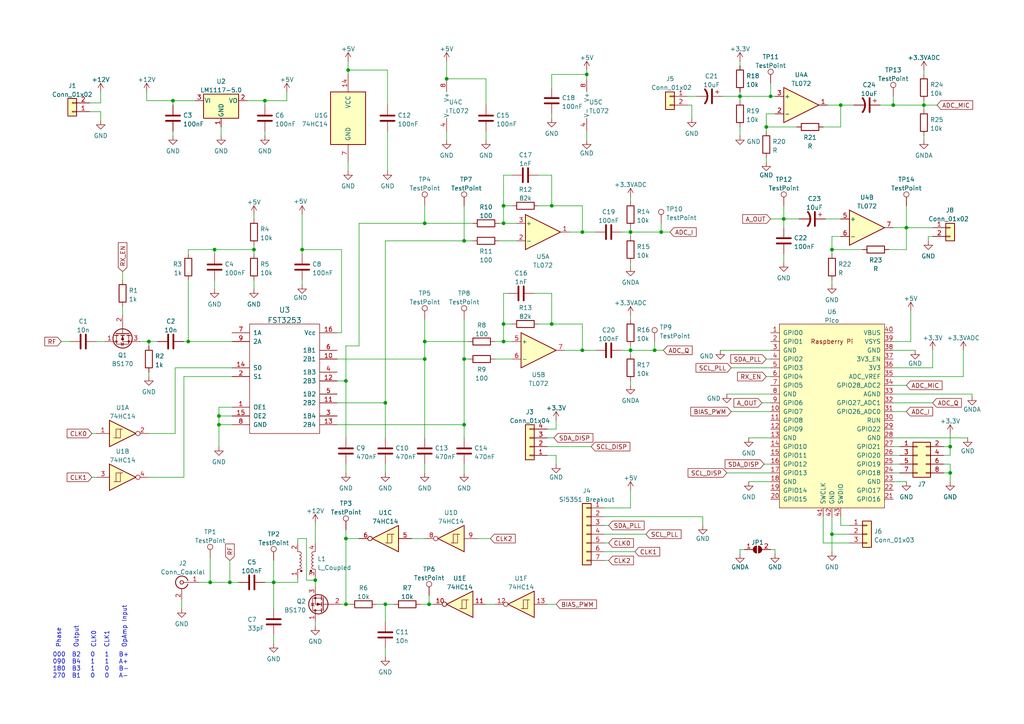
<source format=kicad_sch>
(kicad_sch (version 20211123) (generator eeschema)

  (uuid cfa9cd05-9603-46d5-b474-29a2d6124038)

  (paper "A4")

  

  (junction (at 275.59 137.16) (diameter 0) (color 0 0 0 0)
    (uuid 09158870-358e-4a5f-b503-b97a2711edc1)
  )
  (junction (at 275.59 129.54) (diameter 0) (color 0 0 0 0)
    (uuid 0c6ea299-0af0-4b2f-85a7-14a9628a6dc6)
  )
  (junction (at 62.23 72.39) (diameter 0) (color 0 0 0 0)
    (uuid 118788c2-d181-41ac-9cbd-c512dc3adb82)
  )
  (junction (at 60.96 168.91) (diameter 0) (color 0 0 0 0)
    (uuid 13085af3-7bd8-43b8-beef-92f1e8e982fc)
  )
  (junction (at 146.05 59.69) (diameter 0) (color 0 0 0 0)
    (uuid 13428218-0a65-44b6-b08d-cf0730c0cd0f)
  )
  (junction (at 241.3 154.94) (diameter 0) (color 0 0 0 0)
    (uuid 164e59c9-9e21-4d68-a075-3f90c174141b)
  )
  (junction (at 160.02 59.69) (diameter 0) (color 0 0 0 0)
    (uuid 1901717c-1f5f-43dd-9370-d13f3aecf5bf)
  )
  (junction (at 267.97 30.48) (diameter 0) (color 0 0 0 0)
    (uuid 1a425413-4e3e-47dd-9a8f-197ab21a34f3)
  )
  (junction (at 100.965 20.32) (diameter 0) (color 0 0 0 0)
    (uuid 1f9a252b-d0e3-40a1-af05-36b545ec1908)
  )
  (junction (at 191.77 67.31) (diameter 0) (color 0 0 0 0)
    (uuid 263fcb62-8271-4cf6-8235-47231e0fcee9)
  )
  (junction (at 222.25 36.83) (diameter 0) (color 0 0 0 0)
    (uuid 2a00cc16-ff7e-4612-b94d-bb5628c69ca6)
  )
  (junction (at 168.91 67.31) (diameter 0) (color 0 0 0 0)
    (uuid 2a497385-098e-431d-a873-fcdc53acdcb7)
  )
  (junction (at 134.62 123.19) (diameter 0) (color 0 0 0 0)
    (uuid 2ac8fadc-60b4-4ef8-b7a6-ce2781e43973)
  )
  (junction (at 87.63 72.39) (diameter 0) (color 0 0 0 0)
    (uuid 2bf6097c-a364-4879-86f9-95ddd6eba2c4)
  )
  (junction (at 146.05 64.77) (diameter 0) (color 0 0 0 0)
    (uuid 30542b3e-e00f-4a3b-a705-9428f2abc665)
  )
  (junction (at 123.19 99.06) (diameter 0) (color 0 0 0 0)
    (uuid 37aae2cf-b7f4-4041-98c0-702bfb857630)
  )
  (junction (at 63.5 123.19) (diameter 0) (color 0 0 0 0)
    (uuid 389cff47-8a4c-4249-9798-55d927218d8c)
  )
  (junction (at 168.91 101.6) (diameter 0) (color 0 0 0 0)
    (uuid 39b47703-34bb-4961-a661-db8b1c6aff0e)
  )
  (junction (at 66.675 168.91) (diameter 0) (color 0 0 0 0)
    (uuid 3a8ce603-f234-4947-83d1-a5d511a0dbc3)
  )
  (junction (at 111.76 116.84) (diameter 0) (color 0 0 0 0)
    (uuid 409327bb-c6e7-4669-9720-f0f427e24ef4)
  )
  (junction (at 100.33 110.49) (diameter 0) (color 0 0 0 0)
    (uuid 4cfd7f71-31de-4d3c-88df-90d4e490fecc)
  )
  (junction (at 63.5 120.65) (diameter 0) (color 0 0 0 0)
    (uuid 4ec42e36-9928-43bb-b9e4-a857fe7d18dc)
  )
  (junction (at 76.835 29.21) (diameter 0) (color 0 0 0 0)
    (uuid 56c260b7-4d73-4292-88c5-900ead39bef7)
  )
  (junction (at 123.19 104.14) (diameter 0) (color 0 0 0 0)
    (uuid 5c201862-909f-49c3-9325-fd14eb6c446c)
  )
  (junction (at 123.19 64.77) (diameter 0) (color 0 0 0 0)
    (uuid 65a44171-499e-4571-941d-c6d5b1bf7d5a)
  )
  (junction (at 100.33 175.26) (diameter 0) (color 0 0 0 0)
    (uuid 670db3e9-6800-411e-9ec6-dbcc7f09948d)
  )
  (junction (at 182.88 67.31) (diameter 0) (color 0 0 0 0)
    (uuid 678ecd2c-3e98-47a3-8372-99c3c5ceb4ae)
  )
  (junction (at 134.62 104.14) (diameter 0) (color 0 0 0 0)
    (uuid 67bf39c9-17f2-4d19-be2f-dc791d353bbe)
  )
  (junction (at 189.865 101.6) (diameter 0) (color 0 0 0 0)
    (uuid 6bcc74c3-3a15-4ad9-a4fd-8cd8673f626a)
  )
  (junction (at 54.61 99.06) (diameter 0) (color 0 0 0 0)
    (uuid 7855d124-27ac-4435-b2ed-b83e63f20315)
  )
  (junction (at 134.62 69.85) (diameter 0) (color 0 0 0 0)
    (uuid 7a64ab9e-0885-4114-a842-8298d4c2c841)
  )
  (junction (at 262.89 66.04) (diameter 0) (color 0 0 0 0)
    (uuid 7b3d6c36-fdf2-4a1b-a49f-12ea2b707d37)
  )
  (junction (at 227.33 63.5) (diameter 0) (color 0 0 0 0)
    (uuid 812c6207-9612-4c2e-9634-682e4c865c9a)
  )
  (junction (at 43.18 99.06) (diameter 0) (color 0 0 0 0)
    (uuid 887c00ae-f00c-43df-b157-8d5155c0602c)
  )
  (junction (at 223.52 27.94) (diameter 0) (color 0 0 0 0)
    (uuid 8a97eb42-2dba-4407-a7de-3843e0ac4751)
  )
  (junction (at 100.33 156.21) (diameter 0) (color 0 0 0 0)
    (uuid 911ac92f-dc8f-473f-a819-6ec44a97da57)
  )
  (junction (at 259.08 30.48) (diameter 0) (color 0 0 0 0)
    (uuid 912ffd03-dc69-4763-b145-567882d2ddb6)
  )
  (junction (at 129.54 22.86) (diameter 0) (color 0 0 0 0)
    (uuid a3537a34-bbf6-46a9-94ba-d3ed1793992f)
  )
  (junction (at 241.3 72.39) (diameter 0) (color 0 0 0 0)
    (uuid a4a37850-ef95-4439-8b65-c0c50d0d72df)
  )
  (junction (at 91.44 168.275) (diameter 0) (color 0 0 0 0)
    (uuid aef0e9cf-d6eb-48d5-9738-ba3a43b460c0)
  )
  (junction (at 214.63 27.94) (diameter 0) (color 0 0 0 0)
    (uuid af255be1-efc7-4fc1-92f5-1c36f1ce7842)
  )
  (junction (at 243.84 30.48) (diameter 0) (color 0 0 0 0)
    (uuid b4a54540-7c4b-4187-bb22-1dbcb05f60fa)
  )
  (junction (at 146.05 99.06) (diameter 0) (color 0 0 0 0)
    (uuid b817eaae-cb4e-4da1-8351-6bd31446a928)
  )
  (junction (at 170.18 21.59) (diameter 0) (color 0 0 0 0)
    (uuid b9459263-bd7b-449e-9e49-70e9937d6f20)
  )
  (junction (at 146.05 93.98) (diameter 0) (color 0 0 0 0)
    (uuid bbac73ef-b4f1-4a7f-97f2-f942f5c00496)
  )
  (junction (at 79.375 168.91) (diameter 0) (color 0 0 0 0)
    (uuid cb9fda80-d696-4d63-9a03-ac7e280fc27a)
  )
  (junction (at 182.88 101.6) (diameter 0) (color 0 0 0 0)
    (uuid cf496ca2-03e4-4340-a5bc-b3e150b90320)
  )
  (junction (at 73.66 72.39) (diameter 0) (color 0 0 0 0)
    (uuid da013340-3c24-403d-8836-9f9c162ccf4f)
  )
  (junction (at 124.46 175.26) (diameter 0) (color 0 0 0 0)
    (uuid ea05b4d5-8886-488a-b60b-64651f6dd582)
  )
  (junction (at 50.165 29.21) (diameter 0) (color 0 0 0 0)
    (uuid ef5f9ace-3b99-4abe-ad15-9c7f02655b0d)
  )
  (junction (at 160.02 93.98) (diameter 0) (color 0 0 0 0)
    (uuid f68ca172-40f3-4104-9be2-9cf1abf634eb)
  )
  (junction (at 111.76 175.26) (diameter 0) (color 0 0 0 0)
    (uuid f753612d-5bfd-44a5-996d-f299114abb27)
  )

  (wire (pts (xy 160.02 93.98) (xy 168.91 93.98))
    (stroke (width 0) (type default) (color 0 0 0 0))
    (uuid 030d3073-06c6-4697-8a0d-d89674643663)
  )
  (wire (pts (xy 259.08 111.76) (xy 262.89 111.76))
    (stroke (width 0) (type default) (color 0 0 0 0))
    (uuid 031e8a53-b150-47f0-a273-0fae3f703cb1)
  )
  (wire (pts (xy 170.18 21.59) (xy 170.18 22.86))
    (stroke (width 0) (type default) (color 0 0 0 0))
    (uuid 034d6760-2f2a-427b-8a3b-388d87aaa248)
  )
  (wire (pts (xy 182.88 110.49) (xy 182.88 111.76))
    (stroke (width 0) (type default) (color 0 0 0 0))
    (uuid 03b4b33c-50e4-464c-a171-dc20d1ba4d6d)
  )
  (wire (pts (xy 259.08 114.3) (xy 281.94 114.3))
    (stroke (width 0) (type default) (color 0 0 0 0))
    (uuid 03e9bef5-afc8-44c8-b882-267d1da98fa8)
  )
  (wire (pts (xy 189.865 99.06) (xy 189.865 101.6))
    (stroke (width 0) (type default) (color 0 0 0 0))
    (uuid 061afcba-1633-4069-91dd-43d63001e1e2)
  )
  (wire (pts (xy 100.965 20.32) (xy 100.965 21.59))
    (stroke (width 0) (type default) (color 0 0 0 0))
    (uuid 0785a29b-d758-42f8-85eb-1dea6067bbee)
  )
  (wire (pts (xy 63.5 123.19) (xy 67.31 123.19))
    (stroke (width 0) (type default) (color 0 0 0 0))
    (uuid 080a3865-8d49-4d4b-8300-65bfd1b135d7)
  )
  (wire (pts (xy 175.26 152.4) (xy 176.53 152.4))
    (stroke (width 0) (type default) (color 0 0 0 0))
    (uuid 081d5f3d-bc54-45a4-a4ea-ab138c3846ec)
  )
  (wire (pts (xy 168.91 67.31) (xy 172.72 67.31))
    (stroke (width 0) (type default) (color 0 0 0 0))
    (uuid 0920a59f-fa4e-42af-856f-660052e02eee)
  )
  (wire (pts (xy 123.19 104.14) (xy 123.19 127))
    (stroke (width 0) (type default) (color 0 0 0 0))
    (uuid 0be498c7-4ccb-442c-beaf-903eb8701bb6)
  )
  (wire (pts (xy 262.89 59.69) (xy 262.89 66.04))
    (stroke (width 0) (type default) (color 0 0 0 0))
    (uuid 0c208e67-3234-4916-adc8-b44edbf31aa7)
  )
  (wire (pts (xy 175.26 162.56) (xy 176.53 162.56))
    (stroke (width 0) (type default) (color 0 0 0 0))
    (uuid 0c8811b8-1d60-4160-84d8-6724c15fb851)
  )
  (wire (pts (xy 104.14 100.33) (xy 104.14 64.77))
    (stroke (width 0) (type default) (color 0 0 0 0))
    (uuid 0c90225f-edf0-4fce-abd3-1711b58321c4)
  )
  (wire (pts (xy 168.91 59.69) (xy 168.91 67.31))
    (stroke (width 0) (type default) (color 0 0 0 0))
    (uuid 0d090514-7f7e-4315-ba8c-a77cb257e8fa)
  )
  (wire (pts (xy 62.23 72.39) (xy 54.61 72.39))
    (stroke (width 0) (type default) (color 0 0 0 0))
    (uuid 0e496933-414b-421f-bc01-639ea1e13f67)
  )
  (wire (pts (xy 259.08 127) (xy 280.67 127))
    (stroke (width 0) (type default) (color 0 0 0 0))
    (uuid 10a1000d-120a-45c3-84f2-08bd9fd2d0c1)
  )
  (wire (pts (xy 243.84 36.83) (xy 243.84 30.48))
    (stroke (width 0) (type default) (color 0 0 0 0))
    (uuid 111de3b4-b4e0-4edf-810b-546f00273dcb)
  )
  (wire (pts (xy 143.51 99.06) (xy 146.05 99.06))
    (stroke (width 0) (type default) (color 0 0 0 0))
    (uuid 1315a29d-ba3f-4aad-ad43-c327a3983a80)
  )
  (wire (pts (xy 160.02 50.8) (xy 160.02 59.69))
    (stroke (width 0) (type default) (color 0 0 0 0))
    (uuid 1332def0-2afb-4804-8362-0cf130152449)
  )
  (wire (pts (xy 241.3 68.58) (xy 243.84 68.58))
    (stroke (width 0) (type default) (color 0 0 0 0))
    (uuid 1388d00f-7ea6-41c8-9488-b83abfb3c346)
  )
  (wire (pts (xy 243.84 149.86) (xy 243.84 152.4))
    (stroke (width 0) (type default) (color 0 0 0 0))
    (uuid 145fc826-2c23-439a-a082-7f9c727cadbe)
  )
  (wire (pts (xy 267.97 20.32) (xy 267.97 21.59))
    (stroke (width 0) (type default) (color 0 0 0 0))
    (uuid 14ae7189-5bac-4a1d-8a55-5036fcbe6284)
  )
  (wire (pts (xy 158.75 127) (xy 160.655 127))
    (stroke (width 0) (type default) (color 0 0 0 0))
    (uuid 152ae621-91d6-4ccb-9224-8d9a125f1b39)
  )
  (wire (pts (xy 87.63 81.28) (xy 87.63 82.55))
    (stroke (width 0) (type default) (color 0 0 0 0))
    (uuid 1564454a-82be-43c2-a2e9-e03e291a1c1d)
  )
  (wire (pts (xy 111.76 175.26) (xy 114.3 175.26))
    (stroke (width 0) (type default) (color 0 0 0 0))
    (uuid 198732bd-6351-468a-b085-e27e1ff28ceb)
  )
  (wire (pts (xy 269.24 68.58) (xy 270.51 68.58))
    (stroke (width 0) (type default) (color 0 0 0 0))
    (uuid 19eda56c-3fdf-426f-9e5d-00eac448b8f4)
  )
  (wire (pts (xy 26.67 138.43) (xy 27.94 138.43))
    (stroke (width 0) (type default) (color 0 0 0 0))
    (uuid 1a23bc91-02c7-4670-adfb-445ac4d3831a)
  )
  (wire (pts (xy 182.88 67.31) (xy 182.88 68.58))
    (stroke (width 0) (type default) (color 0 0 0 0))
    (uuid 1a860ecd-6133-4578-b98b-5078a51b899d)
  )
  (wire (pts (xy 129.54 17.78) (xy 129.54 22.86))
    (stroke (width 0) (type default) (color 0 0 0 0))
    (uuid 1aba2b23-cd71-4dbb-9ef1-2efa93d11392)
  )
  (wire (pts (xy 146.05 64.77) (xy 149.86 64.77))
    (stroke (width 0) (type default) (color 0 0 0 0))
    (uuid 1af82a59-023b-4f29-a924-2e8805e4948a)
  )
  (wire (pts (xy 91.44 168.275) (xy 91.44 170.18))
    (stroke (width 0) (type default) (color 0 0 0 0))
    (uuid 1b19fc82-5eba-4063-822f-6ad441a3ff7e)
  )
  (wire (pts (xy 43.18 99.06) (xy 45.72 99.06))
    (stroke (width 0) (type default) (color 0 0 0 0))
    (uuid 1bd587cf-e458-4600-be8f-44f16734b75b)
  )
  (wire (pts (xy 63.5 123.19) (xy 63.5 129.54))
    (stroke (width 0) (type default) (color 0 0 0 0))
    (uuid 1c6caab3-34fc-4c77-8b73-15f9258c301b)
  )
  (wire (pts (xy 76.835 38.1) (xy 76.835 39.37))
    (stroke (width 0) (type default) (color 0 0 0 0))
    (uuid 1d0e3a1b-2be7-4e15-a2ed-ccd34314efef)
  )
  (wire (pts (xy 158.75 132.08) (xy 161.29 132.08))
    (stroke (width 0) (type default) (color 0 0 0 0))
    (uuid 1df113eb-9e7e-41cd-b905-5c38b47ae42b)
  )
  (wire (pts (xy 208.915 101.6) (xy 223.52 101.6))
    (stroke (width 0) (type default) (color 0 0 0 0))
    (uuid 1f7d3387-5840-4d88-bd2c-825bdeae0270)
  )
  (wire (pts (xy 175.26 154.94) (xy 187.325 154.94))
    (stroke (width 0) (type default) (color 0 0 0 0))
    (uuid 1f817b63-9a8c-4654-80a1-e27eacdec1e7)
  )
  (wire (pts (xy 191.77 67.31) (xy 194.31 67.31))
    (stroke (width 0) (type default) (color 0 0 0 0))
    (uuid 2196e22c-6af2-4f8b-80cd-01a3001bee82)
  )
  (wire (pts (xy 100.33 110.49) (xy 100.33 127))
    (stroke (width 0) (type default) (color 0 0 0 0))
    (uuid 22b3a380-3fcd-4e63-8616-8b6155103a01)
  )
  (wire (pts (xy 137.16 69.85) (xy 134.62 69.85))
    (stroke (width 0) (type default) (color 0 0 0 0))
    (uuid 22c0f2e4-2a60-4f98-a0e8-0cad5fa85ce1)
  )
  (wire (pts (xy 212.09 119.38) (xy 223.52 119.38))
    (stroke (width 0) (type default) (color 0 0 0 0))
    (uuid 232d142e-3436-45d2-93af-f4b1747c9b20)
  )
  (wire (pts (xy 140.97 38.1) (xy 140.97 40.64))
    (stroke (width 0) (type default) (color 0 0 0 0))
    (uuid 23baacfe-15cd-4201-9618-c1c2030f5bdd)
  )
  (wire (pts (xy 227.33 66.04) (xy 227.33 63.5))
    (stroke (width 0) (type default) (color 0 0 0 0))
    (uuid 24118d5c-3154-4d1a-943d-404403269584)
  )
  (wire (pts (xy 214.63 36.83) (xy 214.63 39.37))
    (stroke (width 0) (type default) (color 0 0 0 0))
    (uuid 24532b75-da97-4577-989c-b5f21ce3b6eb)
  )
  (wire (pts (xy 238.76 157.48) (xy 246.38 157.48))
    (stroke (width 0) (type default) (color 0 0 0 0))
    (uuid 24d708dc-32c5-4a65-a03f-f9d61e0c4284)
  )
  (wire (pts (xy 99.06 72.39) (xy 87.63 72.39))
    (stroke (width 0) (type default) (color 0 0 0 0))
    (uuid 2658638a-631a-4603-b4bb-a07a7eead328)
  )
  (wire (pts (xy 143.51 104.14) (xy 148.59 104.14))
    (stroke (width 0) (type default) (color 0 0 0 0))
    (uuid 26aefdf7-a375-4ec6-8f9e-0d921b08475e)
  )
  (wire (pts (xy 210.82 137.16) (xy 223.52 137.16))
    (stroke (width 0) (type default) (color 0 0 0 0))
    (uuid 27a0f816-9c3e-434b-8e07-04f87ddcffe0)
  )
  (wire (pts (xy 91.44 167.64) (xy 91.44 168.275))
    (stroke (width 0) (type default) (color 0 0 0 0))
    (uuid 27afb6b1-a979-4106-8a0e-3093c33c91cd)
  )
  (wire (pts (xy 243.84 152.4) (xy 246.38 152.4))
    (stroke (width 0) (type default) (color 0 0 0 0))
    (uuid 298f4691-dc22-4673-b3e0-4403b3577d9d)
  )
  (wire (pts (xy 112.395 20.32) (xy 112.395 30.48))
    (stroke (width 0) (type default) (color 0 0 0 0))
    (uuid 2a4058f9-10d3-456f-abbe-c1e261822a2f)
  )
  (wire (pts (xy 175.26 149.86) (xy 203.835 149.86))
    (stroke (width 0) (type default) (color 0 0 0 0))
    (uuid 2a99848c-d5de-4d4a-bc86-d7f2f3fcb70d)
  )
  (wire (pts (xy 63.5 118.11) (xy 63.5 120.65))
    (stroke (width 0) (type default) (color 0 0 0 0))
    (uuid 2cc2e233-4306-48be-b0c4-6ddb248cc31e)
  )
  (wire (pts (xy 239.395 63.5) (xy 243.84 63.5))
    (stroke (width 0) (type default) (color 0 0 0 0))
    (uuid 2d356308-aeaf-4f93-b73d-3abce19b3946)
  )
  (wire (pts (xy 241.3 73.66) (xy 241.3 72.39))
    (stroke (width 0) (type default) (color 0 0 0 0))
    (uuid 2dccf0e2-3941-40bd-b5c7-5eb69532c043)
  )
  (wire (pts (xy 200.66 30.48) (xy 200.66 34.29))
    (stroke (width 0) (type default) (color 0 0 0 0))
    (uuid 2e075f01-bc79-4b6b-b861-f295984720ec)
  )
  (wire (pts (xy 262.89 66.04) (xy 270.51 66.04))
    (stroke (width 0) (type default) (color 0 0 0 0))
    (uuid 3147d321-eaae-4b1b-a937-493c272ee75d)
  )
  (wire (pts (xy 241.3 72.39) (xy 241.3 68.58))
    (stroke (width 0) (type default) (color 0 0 0 0))
    (uuid 329256cf-77d3-449d-8e34-032c8402af2d)
  )
  (wire (pts (xy 217.17 139.7) (xy 223.52 139.7))
    (stroke (width 0) (type default) (color 0 0 0 0))
    (uuid 337a09e8-6028-4f3e-bc98-4f8cab07cae7)
  )
  (wire (pts (xy 279.4 101.6) (xy 279.4 109.22))
    (stroke (width 0) (type default) (color 0 0 0 0))
    (uuid 35bf40a0-6437-4789-b1ff-1e9e2f150ec2)
  )
  (wire (pts (xy 170.18 21.59) (xy 160.02 21.59))
    (stroke (width 0) (type default) (color 0 0 0 0))
    (uuid 36059a97-5c8d-4c56-8b92-f3604f10c69e)
  )
  (wire (pts (xy 259.08 101.6) (xy 265.43 101.6))
    (stroke (width 0) (type default) (color 0 0 0 0))
    (uuid 361245b4-a7de-428c-9ef4-c39d6d14bc4b)
  )
  (wire (pts (xy 199.39 30.48) (xy 200.66 30.48))
    (stroke (width 0) (type default) (color 0 0 0 0))
    (uuid 365c81b2-4e46-4c3a-9ef6-48f32b2ac524)
  )
  (wire (pts (xy 182.88 66.04) (xy 182.88 67.31))
    (stroke (width 0) (type default) (color 0 0 0 0))
    (uuid 37265181-b1e1-4d9e-9c3f-8c88143927e0)
  )
  (wire (pts (xy 281.94 114.3) (xy 281.94 114.935))
    (stroke (width 0) (type default) (color 0 0 0 0))
    (uuid 3a275057-d252-496a-ad4a-7a16a8eb2b48)
  )
  (wire (pts (xy 257.81 72.39) (xy 262.89 72.39))
    (stroke (width 0) (type default) (color 0 0 0 0))
    (uuid 3acf52d6-5099-46c4-99b9-28e5f3ee620a)
  )
  (wire (pts (xy 100.33 175.26) (xy 100.33 156.21))
    (stroke (width 0) (type default) (color 0 0 0 0))
    (uuid 3b699dc5-e15d-4ea1-9daa-6ff243fd9249)
  )
  (wire (pts (xy 156.21 50.8) (xy 160.02 50.8))
    (stroke (width 0) (type default) (color 0 0 0 0))
    (uuid 3bb798dd-ebec-4b98-95a8-9f929e29e646)
  )
  (wire (pts (xy 87.63 62.23) (xy 87.63 72.39))
    (stroke (width 0) (type default) (color 0 0 0 0))
    (uuid 3bc6825c-d3da-4713-8b5c-b9003944cd69)
  )
  (wire (pts (xy 100.33 110.49) (xy 100.33 100.33))
    (stroke (width 0) (type default) (color 0 0 0 0))
    (uuid 3c10cfb1-7f13-4fa3-b032-35d9a324ab39)
  )
  (wire (pts (xy 111.76 175.26) (xy 111.76 180.34))
    (stroke (width 0) (type default) (color 0 0 0 0))
    (uuid 3c73e90e-5e55-4c04-809a-a9831737461c)
  )
  (wire (pts (xy 27.94 99.06) (xy 30.48 99.06))
    (stroke (width 0) (type default) (color 0 0 0 0))
    (uuid 3e3644b2-8b88-4f29-82ab-532b3b280a0e)
  )
  (wire (pts (xy 134.62 59.69) (xy 134.62 69.85))
    (stroke (width 0) (type default) (color 0 0 0 0))
    (uuid 3e719cfe-0485-4421-a326-0892954f24e1)
  )
  (wire (pts (xy 227.33 59.69) (xy 227.33 63.5))
    (stroke (width 0) (type default) (color 0 0 0 0))
    (uuid 3f54401f-6ccd-43e9-8f62-64d3df4493c7)
  )
  (wire (pts (xy 146.05 93.98) (xy 146.05 85.09))
    (stroke (width 0) (type default) (color 0 0 0 0))
    (uuid 3fc3f042-ca5b-40bb-92d5-3e9bc18897d6)
  )
  (wire (pts (xy 29.21 32.385) (xy 29.21 34.925))
    (stroke (width 0) (type default) (color 0 0 0 0))
    (uuid 3fd18252-69cd-4f8f-963e-e39063f42481)
  )
  (wire (pts (xy 275.59 129.54) (xy 275.59 132.08))
    (stroke (width 0) (type default) (color 0 0 0 0))
    (uuid 41ab57e8-e261-48cd-9c5d-cd7c15a2a828)
  )
  (wire (pts (xy 146.05 99.06) (xy 146.05 93.98))
    (stroke (width 0) (type default) (color 0 0 0 0))
    (uuid 42aa27a3-7176-448f-bab8-7e8da54316fb)
  )
  (wire (pts (xy 259.08 134.62) (xy 260.985 134.62))
    (stroke (width 0) (type default) (color 0 0 0 0))
    (uuid 45924b9d-88eb-48b4-a043-8724b2e7da58)
  )
  (wire (pts (xy 214.63 27.94) (xy 214.63 29.21))
    (stroke (width 0) (type default) (color 0 0 0 0))
    (uuid 471bc546-f77f-404d-a459-2865468640e1)
  )
  (wire (pts (xy 123.19 92.71) (xy 123.19 99.06))
    (stroke (width 0) (type default) (color 0 0 0 0))
    (uuid 480113c8-df1d-419c-b768-1c3e86642f6a)
  )
  (wire (pts (xy 123.19 64.77) (xy 137.16 64.77))
    (stroke (width 0) (type default) (color 0 0 0 0))
    (uuid 494e33d7-1484-45fd-b437-e235ffed881a)
  )
  (wire (pts (xy 62.23 72.39) (xy 62.23 73.66))
    (stroke (width 0) (type default) (color 0 0 0 0))
    (uuid 498ce1e8-3943-4853-9d8c-2d5f8b020b76)
  )
  (wire (pts (xy 264.16 90.17) (xy 264.16 99.06))
    (stroke (width 0) (type default) (color 0 0 0 0))
    (uuid 4b0eecbd-7f15-49e5-a013-fffb5e25b064)
  )
  (wire (pts (xy 63.5 120.65) (xy 67.31 120.65))
    (stroke (width 0) (type default) (color 0 0 0 0))
    (uuid 4be32149-8a08-44e3-a420-362a5fb9044f)
  )
  (wire (pts (xy 111.76 69.85) (xy 134.62 69.85))
    (stroke (width 0) (type default) (color 0 0 0 0))
    (uuid 4c7d33ae-960e-4391-9051-8f1d3b6ecfe5)
  )
  (wire (pts (xy 168.91 101.6) (xy 168.91 93.98))
    (stroke (width 0) (type default) (color 0 0 0 0))
    (uuid 4d671920-902d-4722-bfeb-1daebcab921d)
  )
  (wire (pts (xy 273.685 129.54) (xy 275.59 129.54))
    (stroke (width 0) (type default) (color 0 0 0 0))
    (uuid 4f18af9a-e7f9-44d0-801d-a107b60e62c4)
  )
  (wire (pts (xy 119.38 156.21) (xy 123.19 156.21))
    (stroke (width 0) (type default) (color 0 0 0 0))
    (uuid 507b9ba0-9d00-4724-a470-9c8a3aee35e8)
  )
  (wire (pts (xy 270.51 101.6) (xy 270.51 106.68))
    (stroke (width 0) (type default) (color 0 0 0 0))
    (uuid 534b587a-69a2-4166-a0e7-0b0d54d7a6ce)
  )
  (wire (pts (xy 267.97 39.37) (xy 267.97 40.64))
    (stroke (width 0) (type default) (color 0 0 0 0))
    (uuid 54419245-aec2-4246-987f-d6fa8fcff994)
  )
  (wire (pts (xy 222.25 109.22) (xy 223.52 109.22))
    (stroke (width 0) (type default) (color 0 0 0 0))
    (uuid 551cbfb0-1e1d-4004-a582-b99cb636b635)
  )
  (wire (pts (xy 241.3 154.94) (xy 241.3 160.02))
    (stroke (width 0) (type default) (color 0 0 0 0))
    (uuid 557e8daa-24c2-4e72-a663-70afe701b692)
  )
  (wire (pts (xy 158.75 175.26) (xy 161.29 175.26))
    (stroke (width 0) (type default) (color 0 0 0 0))
    (uuid 56023c5b-a884-4739-a4f1-f56bccc1b687)
  )
  (wire (pts (xy 160.02 21.59) (xy 160.02 25.4))
    (stroke (width 0) (type default) (color 0 0 0 0))
    (uuid 58086011-c9dd-4c6c-b721-a3c18d79ee7a)
  )
  (wire (pts (xy 269.24 69.85) (xy 269.24 68.58))
    (stroke (width 0) (type default) (color 0 0 0 0))
    (uuid 581f669a-ca98-42b6-bc63-33d325982f41)
  )
  (wire (pts (xy 124.46 175.26) (xy 125.73 175.26))
    (stroke (width 0) (type default) (color 0 0 0 0))
    (uuid 5a5a2fd3-2b09-4a04-be8e-aefb0bd5932c)
  )
  (wire (pts (xy 86.36 167.64) (xy 86.36 168.91))
    (stroke (width 0) (type default) (color 0 0 0 0))
    (uuid 5b2e9ca3-0a74-4703-bf31-5d413ab0538f)
  )
  (wire (pts (xy 88.9 168.275) (xy 88.9 156.21))
    (stroke (width 0) (type default) (color 0 0 0 0))
    (uuid 5b40cb15-ee96-486c-b531-842d2aa53199)
  )
  (wire (pts (xy 144.78 69.85) (xy 149.86 69.85))
    (stroke (width 0) (type default) (color 0 0 0 0))
    (uuid 5b88e83b-dc2c-4b8a-84d9-64f49cdc2190)
  )
  (wire (pts (xy 123.19 99.06) (xy 135.89 99.06))
    (stroke (width 0) (type default) (color 0 0 0 0))
    (uuid 5c6e7cbb-3b61-4da8-bccc-5641c7bbcf58)
  )
  (wire (pts (xy 138.43 156.21) (xy 142.24 156.21))
    (stroke (width 0) (type default) (color 0 0 0 0))
    (uuid 5dc036d4-f7d9-41f7-99a5-5624aeb207d7)
  )
  (wire (pts (xy 212.09 106.68) (xy 223.52 106.68))
    (stroke (width 0) (type default) (color 0 0 0 0))
    (uuid 5e52a5db-5e7a-4a68-b32e-c190fc989e7a)
  )
  (wire (pts (xy 175.26 160.02) (xy 184.15 160.02))
    (stroke (width 0) (type default) (color 0 0 0 0))
    (uuid 5ede96bd-4e2c-4319-a2f7-e1e8ffb0556c)
  )
  (wire (pts (xy 170.18 38.1) (xy 170.18 40.64))
    (stroke (width 0) (type default) (color 0 0 0 0))
    (uuid 5fa26e31-5010-4528-87c7-047a887ada1c)
  )
  (wire (pts (xy 161.29 121.92) (xy 161.29 124.46))
    (stroke (width 0) (type default) (color 0 0 0 0))
    (uuid 602f60be-4e0b-464c-a51e-723d94cbc3f2)
  )
  (wire (pts (xy 53.34 109.22) (xy 67.31 109.22))
    (stroke (width 0) (type default) (color 0 0 0 0))
    (uuid 6075b087-5cbf-4c6d-82bb-6e04e619fe4e)
  )
  (wire (pts (xy 91.44 151.765) (xy 91.44 157.48))
    (stroke (width 0) (type default) (color 0 0 0 0))
    (uuid 60a00c03-5a23-44e1-a481-a8c5e905cf52)
  )
  (wire (pts (xy 88.9 156.21) (xy 86.36 156.21))
    (stroke (width 0) (type default) (color 0 0 0 0))
    (uuid 60d376e8-ceab-40b8-9b75-630be4ad4c25)
  )
  (wire (pts (xy 275.59 137.16) (xy 273.685 137.16))
    (stroke (width 0) (type default) (color 0 0 0 0))
    (uuid 60d6724a-d828-4a28-a5fe-2163287a47ee)
  )
  (wire (pts (xy 100.33 100.33) (xy 104.14 100.33))
    (stroke (width 0) (type default) (color 0 0 0 0))
    (uuid 61b8aeb3-a6c2-4b71-a725-03f30d0717ca)
  )
  (wire (pts (xy 50.8 125.73) (xy 50.8 106.68))
    (stroke (width 0) (type default) (color 0 0 0 0))
    (uuid 62a3281d-5f63-4182-b7be-844c9941cff4)
  )
  (wire (pts (xy 134.62 123.19) (xy 134.62 127))
    (stroke (width 0) (type default) (color 0 0 0 0))
    (uuid 63386d13-b566-4456-ad2b-2ea886e46e6b)
  )
  (wire (pts (xy 52.705 173.99) (xy 52.705 176.53))
    (stroke (width 0) (type default) (color 0 0 0 0))
    (uuid 641054c4-eb18-4b48-b702-e8140e986622)
  )
  (wire (pts (xy 50.165 29.21) (xy 50.165 30.48))
    (stroke (width 0) (type default) (color 0 0 0 0))
    (uuid 66379e2d-0b51-4081-99b4-c340ee87d821)
  )
  (wire (pts (xy 97.79 96.52) (xy 99.06 96.52))
    (stroke (width 0) (type default) (color 0 0 0 0))
    (uuid 673c5da1-7e9c-477a-925d-2332d9226bd7)
  )
  (wire (pts (xy 182.88 142.24) (xy 182.88 147.32))
    (stroke (width 0) (type default) (color 0 0 0 0))
    (uuid 6771fcf3-c962-4b8e-8481-8ef42b3a078a)
  )
  (wire (pts (xy 217.17 127) (xy 223.52 127))
    (stroke (width 0) (type default) (color 0 0 0 0))
    (uuid 68b14be0-2f86-4551-999b-75697cc8aa27)
  )
  (wire (pts (xy 53.34 138.43) (xy 43.18 138.43))
    (stroke (width 0) (type default) (color 0 0 0 0))
    (uuid 69be128b-bcba-405b-a019-280e344ed222)
  )
  (wire (pts (xy 227.33 73.66) (xy 227.33 76.2))
    (stroke (width 0) (type default) (color 0 0 0 0))
    (uuid 6ab8a896-0ded-4e22-a6c6-41a433df98bb)
  )
  (wire (pts (xy 140.97 175.26) (xy 143.51 175.26))
    (stroke (width 0) (type default) (color 0 0 0 0))
    (uuid 6afa735e-e6b2-4795-8173-da1292be36d7)
  )
  (wire (pts (xy 86.36 168.91) (xy 79.375 168.91))
    (stroke (width 0) (type default) (color 0 0 0 0))
    (uuid 6b53fda5-d070-4a02-aad5-e9342e42f58f)
  )
  (wire (pts (xy 111.76 134.62) (xy 111.76 137.16))
    (stroke (width 0) (type default) (color 0 0 0 0))
    (uuid 6bea2805-04f9-4398-b42b-3d86704b2762)
  )
  (wire (pts (xy 54.61 81.28) (xy 54.61 99.06))
    (stroke (width 0) (type default) (color 0 0 0 0))
    (uuid 6bf87724-5152-4e74-b3bb-d4ecba1eb536)
  )
  (wire (pts (xy 66.675 168.91) (xy 69.215 168.91))
    (stroke (width 0) (type default) (color 0 0 0 0))
    (uuid 6c21e4db-18d0-48b4-a082-7d3b40300379)
  )
  (wire (pts (xy 259.08 27.94) (xy 259.08 30.48))
    (stroke (width 0) (type default) (color 0 0 0 0))
    (uuid 6cef4895-fb98-4532-aa9a-f334b140cb36)
  )
  (wire (pts (xy 71.755 29.21) (xy 76.835 29.21))
    (stroke (width 0) (type default) (color 0 0 0 0))
    (uuid 6d260756-031d-43b6-9c8b-41c36f839e01)
  )
  (wire (pts (xy 223.52 63.5) (xy 227.33 63.5))
    (stroke (width 0) (type default) (color 0 0 0 0))
    (uuid 6e0686f5-021c-4177-980c-a78a6dbd8e17)
  )
  (wire (pts (xy 111.76 187.96) (xy 111.76 190.5))
    (stroke (width 0) (type default) (color 0 0 0 0))
    (uuid 72cb77f0-b00f-4a09-979e-49d156b50ab0)
  )
  (wire (pts (xy 97.79 116.84) (xy 111.76 116.84))
    (stroke (width 0) (type default) (color 0 0 0 0))
    (uuid 72ee57b5-729b-4a3a-8448-363ab643f065)
  )
  (wire (pts (xy 238.76 149.86) (xy 238.76 157.48))
    (stroke (width 0) (type default) (color 0 0 0 0))
    (uuid 73c6d182-0661-4142-a034-c4f7de25a8f3)
  )
  (wire (pts (xy 259.08 129.54) (xy 260.985 129.54))
    (stroke (width 0) (type default) (color 0 0 0 0))
    (uuid 7430808d-5a7f-4336-bad6-702cbdc55d82)
  )
  (wire (pts (xy 182.88 101.6) (xy 189.865 101.6))
    (stroke (width 0) (type default) (color 0 0 0 0))
    (uuid 7453cafb-5ee6-4b99-84ff-da0b5508e70d)
  )
  (wire (pts (xy 86.36 156.21) (xy 86.36 157.48))
    (stroke (width 0) (type default) (color 0 0 0 0))
    (uuid 76a25e49-56a5-413a-a1aa-14e938805c5d)
  )
  (wire (pts (xy 50.165 29.21) (xy 56.515 29.21))
    (stroke (width 0) (type default) (color 0 0 0 0))
    (uuid 780c2ea4-5f4d-4b33-aa88-12cbc877845b)
  )
  (wire (pts (xy 222.25 38.1) (xy 222.25 36.83))
    (stroke (width 0) (type default) (color 0 0 0 0))
    (uuid 7814ba36-8511-44f2-9684-71bb36db84c1)
  )
  (wire (pts (xy 259.08 132.08) (xy 260.985 132.08))
    (stroke (width 0) (type default) (color 0 0 0 0))
    (uuid 7a9a9c02-6a85-44ee-878e-93015110cb71)
  )
  (wire (pts (xy 182.88 67.31) (xy 191.77 67.31))
    (stroke (width 0) (type default) (color 0 0 0 0))
    (uuid 7b581787-3059-44be-8c1b-ae838c154f65)
  )
  (wire (pts (xy 66.675 162.56) (xy 66.675 168.91))
    (stroke (width 0) (type default) (color 0 0 0 0))
    (uuid 7b98a2bf-ac8a-415f-b228-b3f4e4c3cc51)
  )
  (wire (pts (xy 262.89 72.39) (xy 262.89 66.04))
    (stroke (width 0) (type default) (color 0 0 0 0))
    (uuid 7c9a06f3-0176-402e-ac02-27f761108439)
  )
  (wire (pts (xy 134.62 134.62) (xy 134.62 137.16))
    (stroke (width 0) (type default) (color 0 0 0 0))
    (uuid 7de1515b-c591-443e-aa98-802597058555)
  )
  (wire (pts (xy 158.75 124.46) (xy 161.29 124.46))
    (stroke (width 0) (type default) (color 0 0 0 0))
    (uuid 805b47dd-7f8d-4c6c-950b-54737a79118e)
  )
  (wire (pts (xy 189.865 101.6) (xy 192.405 101.6))
    (stroke (width 0) (type default) (color 0 0 0 0))
    (uuid 80c7369d-6c1b-41bd-a7f0-37faa41d1f2c)
  )
  (wire (pts (xy 134.62 92.71) (xy 134.62 104.14))
    (stroke (width 0) (type default) (color 0 0 0 0))
    (uuid 81aa464d-2152-4362-8abd-1481d15bc809)
  )
  (wire (pts (xy 112.395 20.32) (xy 100.965 20.32))
    (stroke (width 0) (type default) (color 0 0 0 0))
    (uuid 8217cb70-9017-4920-8a6f-7b6c1b2d14c2)
  )
  (wire (pts (xy 210.82 114.3) (xy 223.52 114.3))
    (stroke (width 0) (type default) (color 0 0 0 0))
    (uuid 828011c7-f5c0-47a7-aea4-0fd74f2f2d63)
  )
  (wire (pts (xy 60.96 161.925) (xy 60.96 168.91))
    (stroke (width 0) (type default) (color 0 0 0 0))
    (uuid 8424a674-d6a8-4c0a-9ab1-c65184ba54cc)
  )
  (wire (pts (xy 146.05 59.69) (xy 146.05 50.8))
    (stroke (width 0) (type default) (color 0 0 0 0))
    (uuid 84fe7646-bb3d-45a9-ae96-164591bb4772)
  )
  (wire (pts (xy 50.8 106.68) (xy 67.31 106.68))
    (stroke (width 0) (type default) (color 0 0 0 0))
    (uuid 877fcef9-cca7-48b0-9efe-cbe8c3b8f647)
  )
  (wire (pts (xy 238.76 36.83) (xy 243.84 36.83))
    (stroke (width 0) (type default) (color 0 0 0 0))
    (uuid 8977446e-c252-4412-b48b-46c8cc4c6f10)
  )
  (wire (pts (xy 223.52 27.94) (xy 224.79 27.94))
    (stroke (width 0) (type default) (color 0 0 0 0))
    (uuid 8a2e71a9-c1bf-40c0-9415-bf00169308ae)
  )
  (wire (pts (xy 50.165 38.1) (xy 50.165 39.37))
    (stroke (width 0) (type default) (color 0 0 0 0))
    (uuid 8ae920cf-0ab4-4233-b7e9-fe2e167bdfb1)
  )
  (wire (pts (xy 243.84 30.48) (xy 240.03 30.48))
    (stroke (width 0) (type default) (color 0 0 0 0))
    (uuid 8b6cfccb-4ad3-464a-88f6-75b74dc8bf6d)
  )
  (wire (pts (xy 17.78 99.06) (xy 20.32 99.06))
    (stroke (width 0) (type default) (color 0 0 0 0))
    (uuid 8bb79127-90e3-4672-8b7f-38b4ca60faeb)
  )
  (wire (pts (xy 42.545 29.21) (xy 50.165 29.21))
    (stroke (width 0) (type default) (color 0 0 0 0))
    (uuid 8ca4dc3b-7333-4a80-8ec2-6f748e50076e)
  )
  (wire (pts (xy 182.88 100.33) (xy 182.88 101.6))
    (stroke (width 0) (type default) (color 0 0 0 0))
    (uuid 8cd7ca1c-cb8d-47c9-a06b-9bd8d4179fd3)
  )
  (wire (pts (xy 191.77 64.77) (xy 191.77 67.31))
    (stroke (width 0) (type default) (color 0 0 0 0))
    (uuid 8cf19575-a0a4-4ceb-bc71-630eb2853e19)
  )
  (wire (pts (xy 146.05 64.77) (xy 146.05 59.69))
    (stroke (width 0) (type default) (color 0 0 0 0))
    (uuid 8dc44ab4-ab38-4f63-88c7-77a157a44e7f)
  )
  (wire (pts (xy 134.62 104.14) (xy 135.89 104.14))
    (stroke (width 0) (type default) (color 0 0 0 0))
    (uuid 8dcca965-9308-4dbf-a031-0fe69404708d)
  )
  (wire (pts (xy 275.59 137.16) (xy 275.59 139.7))
    (stroke (width 0) (type default) (color 0 0 0 0))
    (uuid 8e28be02-9ba0-40c0-99e7-a03b90c2e462)
  )
  (wire (pts (xy 222.25 36.83) (xy 231.14 36.83))
    (stroke (width 0) (type default) (color 0 0 0 0))
    (uuid 8e31b054-6cfd-4eed-ac34-7665b1b6d98c)
  )
  (wire (pts (xy 182.88 91.44) (xy 182.88 92.71))
    (stroke (width 0) (type default) (color 0 0 0 0))
    (uuid 8f0e556e-6e65-41cc-b2c3-d10f1bc2faa8)
  )
  (wire (pts (xy 57.785 168.91) (xy 60.96 168.91))
    (stroke (width 0) (type default) (color 0 0 0 0))
    (uuid 8f1307dd-f394-4789-9724-5d4dac68dc44)
  )
  (wire (pts (xy 220.98 116.84) (xy 223.52 116.84))
    (stroke (width 0) (type default) (color 0 0 0 0))
    (uuid 8f74ecb0-2c4a-429c-9de9-ea394585d039)
  )
  (wire (pts (xy 29.21 26.67) (xy 29.21 29.845))
    (stroke (width 0) (type default) (color 0 0 0 0))
    (uuid 8fa270d7-98ba-46c4-8fc6-b23d7717eb50)
  )
  (wire (pts (xy 221.615 134.62) (xy 223.52 134.62))
    (stroke (width 0) (type default) (color 0 0 0 0))
    (uuid 9254169a-eab4-43d9-a7f8-ca22f5c9a231)
  )
  (wire (pts (xy 267.97 29.21) (xy 267.97 30.48))
    (stroke (width 0) (type default) (color 0 0 0 0))
    (uuid 936b1333-9e73-448c-8528-db055b8b7ab5)
  )
  (wire (pts (xy 144.78 64.77) (xy 146.05 64.77))
    (stroke (width 0) (type default) (color 0 0 0 0))
    (uuid 95b48fa4-4208-40da-8975-4b60ab1b4806)
  )
  (wire (pts (xy 100.33 153.67) (xy 100.33 156.21))
    (stroke (width 0) (type default) (color 0 0 0 0))
    (uuid 96a4ff40-b855-480c-8d5e-6a728cba500c)
  )
  (wire (pts (xy 227.33 63.5) (xy 231.775 63.5))
    (stroke (width 0) (type default) (color 0 0 0 0))
    (uuid 98f26c01-4f2d-4a30-bba6-e82d55b36c29)
  )
  (wire (pts (xy 222.25 33.02) (xy 224.79 33.02))
    (stroke (width 0) (type default) (color 0 0 0 0))
    (uuid 9a0dd28d-d61b-4bfb-8604-b67d9bd0246d)
  )
  (wire (pts (xy 259.08 139.7) (xy 262.89 139.7))
    (stroke (width 0) (type default) (color 0 0 0 0))
    (uuid 9a4af008-3894-4ba0-9fe0-e7f18a908a68)
  )
  (wire (pts (xy 160.02 59.69) (xy 168.91 59.69))
    (stroke (width 0) (type default) (color 0 0 0 0))
    (uuid 9a9d67dd-4cee-4430-9131-723a983d6fca)
  )
  (wire (pts (xy 158.75 129.54) (xy 171.45 129.54))
    (stroke (width 0) (type default) (color 0 0 0 0))
    (uuid 9be641fc-26fa-403d-a9ec-a2be4b21d810)
  )
  (wire (pts (xy 260.985 137.16) (xy 259.08 137.16))
    (stroke (width 0) (type default) (color 0 0 0 0))
    (uuid 9c3f8f68-dd36-4248-92c9-58d7ee8b3ce2)
  )
  (wire (pts (xy 140.97 22.86) (xy 140.97 30.48))
    (stroke (width 0) (type default) (color 0 0 0 0))
    (uuid 9dd7ee15-b733-498e-88cc-66d0c63df334)
  )
  (wire (pts (xy 124.46 172.72) (xy 124.46 175.26))
    (stroke (width 0) (type default) (color 0 0 0 0))
    (uuid 9f21ab2b-de41-489e-a1b0-f1de7b88ddc8)
  )
  (wire (pts (xy 259.08 99.06) (xy 264.16 99.06))
    (stroke (width 0) (type default) (color 0 0 0 0))
    (uuid 9f5d824e-f9ce-46f0-a41f-f671aaa7a083)
  )
  (wire (pts (xy 83.185 26.67) (xy 83.185 29.21))
    (stroke (width 0) (type default) (color 0 0 0 0))
    (uuid 9fcf4c6e-9bca-4536-aeb1-aed560f8bcbc)
  )
  (wire (pts (xy 275.59 125.73) (xy 275.59 129.54))
    (stroke (width 0) (type default) (color 0 0 0 0))
    (uuid 9fddd385-14c1-4dd1-ba08-65a9d1a548f9)
  )
  (wire (pts (xy 182.88 101.6) (xy 182.88 102.87))
    (stroke (width 0) (type default) (color 0 0 0 0))
    (uuid a02e3915-4b68-471b-9962-3491085575fc)
  )
  (wire (pts (xy 259.08 106.68) (xy 270.51 106.68))
    (stroke (width 0) (type default) (color 0 0 0 0))
    (uuid a07a435b-0a83-40a6-b774-3f9d2b378cf3)
  )
  (wire (pts (xy 123.19 134.62) (xy 123.19 137.16))
    (stroke (width 0) (type default) (color 0 0 0 0))
    (uuid a09aba18-c07c-44fb-9421-045de9d29328)
  )
  (wire (pts (xy 160.02 93.98) (xy 160.02 85.09))
    (stroke (width 0) (type default) (color 0 0 0 0))
    (uuid a0db5c8e-92cf-4631-a58e-df422f751547)
  )
  (wire (pts (xy 134.62 123.19) (xy 134.62 104.14))
    (stroke (width 0) (type default) (color 0 0 0 0))
    (uuid a1036415-a990-4864-8e13-a52135e389ec)
  )
  (wire (pts (xy 209.55 27.94) (xy 214.63 27.94))
    (stroke (width 0) (type default) (color 0 0 0 0))
    (uuid a31eee0e-4cbe-43a5-86df-15b5764f341f)
  )
  (wire (pts (xy 100.33 175.26) (xy 101.6 175.26))
    (stroke (width 0) (type default) (color 0 0 0 0))
    (uuid a38bd947-3319-45bb-b6ee-6c9510452b28)
  )
  (wire (pts (xy 168.91 101.6) (xy 172.72 101.6))
    (stroke (width 0) (type default) (color 0 0 0 0))
    (uuid a62661e9-53c9-40d6-96ed-f7b00ea7a8e2)
  )
  (wire (pts (xy 259.08 109.22) (xy 279.4 109.22))
    (stroke (width 0) (type default) (color 0 0 0 0))
    (uuid a72e0359-b91e-40b1-85a6-eaad9b7add96)
  )
  (wire (pts (xy 163.83 101.6) (xy 168.91 101.6))
    (stroke (width 0) (type default) (color 0 0 0 0))
    (uuid a771fa70-56f5-42e3-b216-a9bf693c3be2)
  )
  (wire (pts (xy 199.39 27.94) (xy 201.93 27.94))
    (stroke (width 0) (type default) (color 0 0 0 0))
    (uuid a920d400-bed2-4977-b7bb-773756a92a9b)
  )
  (wire (pts (xy 109.22 175.26) (xy 111.76 175.26))
    (stroke (width 0) (type default) (color 0 0 0 0))
    (uuid aa429439-67f3-42c9-b76a-f1e4bea6032d)
  )
  (wire (pts (xy 259.08 116.84) (xy 270.51 116.84))
    (stroke (width 0) (type default) (color 0 0 0 0))
    (uuid aa60480d-80ad-4732-a534-14dddf07012f)
  )
  (wire (pts (xy 35.56 88.9) (xy 35.56 91.44))
    (stroke (width 0) (type default) (color 0 0 0 0))
    (uuid ad2eaf0e-4497-4a81-946c-6b03206ef81a)
  )
  (wire (pts (xy 43.18 99.06) (xy 43.18 100.33))
    (stroke (width 0) (type default) (color 0 0 0 0))
    (uuid ad63ca6f-c67f-4902-9b03-1c35a176924a)
  )
  (wire (pts (xy 262.89 66.04) (xy 259.08 66.04))
    (stroke (width 0) (type default) (color 0 0 0 0))
    (uuid ad8acec5-5174-4c3b-8cf4-1e44de1a4d9b)
  )
  (wire (pts (xy 42.545 26.67) (xy 42.545 29.21))
    (stroke (width 0) (type default) (color 0 0 0 0))
    (uuid adf8d80a-1c40-49bc-8a13-a926a000991e)
  )
  (wire (pts (xy 43.18 125.73) (xy 50.8 125.73))
    (stroke (width 0) (type default) (color 0 0 0 0))
    (uuid ae3ae0a1-9b57-4402-bef8-b1974f0aab14)
  )
  (wire (pts (xy 104.14 64.77) (xy 123.19 64.77))
    (stroke (width 0) (type default) (color 0 0 0 0))
    (uuid af2d9073-9aac-437b-9997-0f4040054991)
  )
  (wire (pts (xy 76.835 29.21) (xy 83.185 29.21))
    (stroke (width 0) (type default) (color 0 0 0 0))
    (uuid af9b973c-d9e8-4baa-8fe5-0157ea11a23c)
  )
  (wire (pts (xy 60.96 168.91) (xy 66.675 168.91))
    (stroke (width 0) (type default) (color 0 0 0 0))
    (uuid b09c7b5f-7b1f-4fc4-8848-ddb0afe8b057)
  )
  (wire (pts (xy 87.63 72.39) (xy 87.63 73.66))
    (stroke (width 0) (type default) (color 0 0 0 0))
    (uuid b0d4d6d8-ef60-42a3-a504-cb507ebee49c)
  )
  (wire (pts (xy 267.97 30.48) (xy 267.97 31.75))
    (stroke (width 0) (type default) (color 0 0 0 0))
    (uuid b1af0de9-0d2c-46de-80ee-4d7905bc8ce3)
  )
  (wire (pts (xy 214.63 17.78) (xy 214.63 19.05))
    (stroke (width 0) (type default) (color 0 0 0 0))
    (uuid b283d32b-e498-4b2a-af28-b84e459a171f)
  )
  (wire (pts (xy 123.19 59.69) (xy 123.19 64.77))
    (stroke (width 0) (type default) (color 0 0 0 0))
    (uuid b387118a-b0f7-4b86-8c8c-860104ace91c)
  )
  (wire (pts (xy 35.56 78.74) (xy 35.56 81.28))
    (stroke (width 0) (type default) (color 0 0 0 0))
    (uuid b39b5fda-5eac-4b8a-a3bd-3bb5fb80e062)
  )
  (wire (pts (xy 222.25 104.14) (xy 223.52 104.14))
    (stroke (width 0) (type default) (color 0 0 0 0))
    (uuid b4f8b33b-36d6-48e6-8e89-7aaba321ae0f)
  )
  (wire (pts (xy 146.05 99.06) (xy 148.59 99.06))
    (stroke (width 0) (type default) (color 0 0 0 0))
    (uuid b578d3e1-e9ae-42cf-8bd3-c096a0ccf02d)
  )
  (wire (pts (xy 146.05 50.8) (xy 148.59 50.8))
    (stroke (width 0) (type default) (color 0 0 0 0))
    (uuid b5ea02b4-ad87-400c-aa8d-5fc5989d0328)
  )
  (wire (pts (xy 214.63 159.385) (xy 214.63 160.655))
    (stroke (width 0) (type default) (color 0 0 0 0))
    (uuid b667e7ab-a041-4e67-aebe-cabd98e1c93c)
  )
  (wire (pts (xy 73.66 71.12) (xy 73.66 72.39))
    (stroke (width 0) (type default) (color 0 0 0 0))
    (uuid b6b87e35-4264-4e43-aebc-8556694f1cf9)
  )
  (wire (pts (xy 241.3 154.94) (xy 246.38 154.94))
    (stroke (width 0) (type default) (color 0 0 0 0))
    (uuid b6e6f255-2815-46e7-b784-4148e7f43758)
  )
  (wire (pts (xy 53.34 109.22) (xy 53.34 138.43))
    (stroke (width 0) (type default) (color 0 0 0 0))
    (uuid b8ac2abc-6fbf-4875-8b6e-01082b8b4c64)
  )
  (wire (pts (xy 79.375 162.56) (xy 79.375 168.91))
    (stroke (width 0) (type default) (color 0 0 0 0))
    (uuid b936050e-9bd5-4a1b-9306-cca8338a06a2)
  )
  (wire (pts (xy 123.19 99.06) (xy 123.19 104.14))
    (stroke (width 0) (type default) (color 0 0 0 0))
    (uuid b9865b94-01b7-4d93-9f3c-dc62af642f36)
  )
  (wire (pts (xy 54.61 72.39) (xy 54.61 73.66))
    (stroke (width 0) (type default) (color 0 0 0 0))
    (uuid b9d2d087-2a20-44cd-b1c6-7d7c116a7cb0)
  )
  (wire (pts (xy 170.18 20.32) (xy 170.18 21.59))
    (stroke (width 0) (type default) (color 0 0 0 0))
    (uuid b9dc3c86-d45f-4a30-a35a-a81f11ec97e8)
  )
  (wire (pts (xy 175.26 147.32) (xy 182.88 147.32))
    (stroke (width 0) (type default) (color 0 0 0 0))
    (uuid bbbfd01c-a164-44df-8861-d516c90e8021)
  )
  (wire (pts (xy 160.02 33.02) (xy 160.02 34.29))
    (stroke (width 0) (type default) (color 0 0 0 0))
    (uuid bc3b034a-0ec2-4cc8-96dd-f6bfd64d5656)
  )
  (wire (pts (xy 100.965 46.99) (xy 100.965 49.53))
    (stroke (width 0) (type default) (color 0 0 0 0))
    (uuid beb1d2cc-6b06-4f76-9442-0c8a4102181a)
  )
  (wire (pts (xy 121.92 175.26) (xy 124.46 175.26))
    (stroke (width 0) (type default) (color 0 0 0 0))
    (uuid bed6ef7d-8b58-406e-a4b9-975e8170eab4)
  )
  (wire (pts (xy 53.34 99.06) (xy 54.61 99.06))
    (stroke (width 0) (type default) (color 0 0 0 0))
    (uuid bf2cd76c-0c0f-4a1d-ab66-7c0e07ba8b03)
  )
  (wire (pts (xy 255.27 30.48) (xy 259.08 30.48))
    (stroke (width 0) (type default) (color 0 0 0 0))
    (uuid c54436f0-4a63-4f26-993e-4500cb01d6ed)
  )
  (wire (pts (xy 222.25 36.83) (xy 222.25 33.02))
    (stroke (width 0) (type default) (color 0 0 0 0))
    (uuid c6ec25fb-9ce1-4bd3-bc32-802c508a66a3)
  )
  (wire (pts (xy 26.67 125.73) (xy 27.94 125.73))
    (stroke (width 0) (type default) (color 0 0 0 0))
    (uuid c767dffa-8b9a-433a-ba33-75a1e79d14f0)
  )
  (wire (pts (xy 273.685 132.08) (xy 275.59 132.08))
    (stroke (width 0) (type default) (color 0 0 0 0))
    (uuid c84068b7-25b3-4be5-ab46-c621c6ff2474)
  )
  (wire (pts (xy 73.66 62.23) (xy 73.66 63.5))
    (stroke (width 0) (type default) (color 0 0 0 0))
    (uuid c8cdfaaa-542c-4fae-8c5d-a979c3acc196)
  )
  (wire (pts (xy 203.835 149.86) (xy 203.835 152.4))
    (stroke (width 0) (type default) (color 0 0 0 0))
    (uuid ca9d566f-4014-4716-b746-2b20a836c432)
  )
  (wire (pts (xy 241.3 149.86) (xy 241.3 154.94))
    (stroke (width 0) (type default) (color 0 0 0 0))
    (uuid cbb05c55-7e57-4d3a-8352-aba409670b9a)
  )
  (wire (pts (xy 154.94 85.09) (xy 160.02 85.09))
    (stroke (width 0) (type default) (color 0 0 0 0))
    (uuid cbdd6348-0592-4fe2-b2b8-2b49965ce094)
  )
  (wire (pts (xy 26.035 29.845) (xy 29.21 29.845))
    (stroke (width 0) (type default) (color 0 0 0 0))
    (uuid cc890b3f-7a90-4f35-8dc3-ba1bb657ddae)
  )
  (wire (pts (xy 64.135 36.83) (xy 64.135 39.37))
    (stroke (width 0) (type default) (color 0 0 0 0))
    (uuid cd5a6d07-2ab3-43b8-bd86-bd827b9b26f9)
  )
  (wire (pts (xy 224.79 159.385) (xy 224.79 160.655))
    (stroke (width 0) (type default) (color 0 0 0 0))
    (uuid cd7485fb-be63-4026-992c-244e528e4ddf)
  )
  (wire (pts (xy 175.26 157.48) (xy 176.53 157.48))
    (stroke (width 0) (type default) (color 0 0 0 0))
    (uuid cd8780f4-449a-4e6f-afe5-58735192737d)
  )
  (wire (pts (xy 97.79 123.19) (xy 134.62 123.19))
    (stroke (width 0) (type default) (color 0 0 0 0))
    (uuid d04d3eb9-d41b-48ef-97a6-88856a3cd259)
  )
  (wire (pts (xy 112.395 38.1) (xy 112.395 49.53))
    (stroke (width 0) (type default) (color 0 0 0 0))
    (uuid d089ae4a-d09f-4412-9ed9-1de0abb6f544)
  )
  (wire (pts (xy 91.44 180.34) (xy 91.44 181.61))
    (stroke (width 0) (type default) (color 0 0 0 0))
    (uuid d2cb01ec-205f-41fd-83e3-ea4341a029e4)
  )
  (wire (pts (xy 146.05 85.09) (xy 147.32 85.09))
    (stroke (width 0) (type default) (color 0 0 0 0))
    (uuid d30ed75e-e52a-4cfc-b9aa-e0b6f7f37c2a)
  )
  (wire (pts (xy 182.88 76.2) (xy 182.88 77.47))
    (stroke (width 0) (type default) (color 0 0 0 0))
    (uuid d417379e-f35e-4f7e-8a36-8cd642ca6510)
  )
  (wire (pts (xy 168.91 67.31) (xy 165.1 67.31))
    (stroke (width 0) (type default) (color 0 0 0 0))
    (uuid d41840bb-7e40-44eb-b7ca-66160500e92f)
  )
  (wire (pts (xy 223.52 159.385) (xy 224.79 159.385))
    (stroke (width 0) (type default) (color 0 0 0 0))
    (uuid d468b114-b0e4-48a5-a491-717ba9acd0d3)
  )
  (wire (pts (xy 76.835 29.21) (xy 76.835 30.48))
    (stroke (width 0) (type default) (color 0 0 0 0))
    (uuid d5acc3fa-f445-4ac3-a6c7-d1347cd84a86)
  )
  (wire (pts (xy 129.54 38.1) (xy 129.54 40.64))
    (stroke (width 0) (type default) (color 0 0 0 0))
    (uuid d679460d-d9f8-4e27-a142-af2b2464b383)
  )
  (wire (pts (xy 223.52 24.13) (xy 223.52 27.94))
    (stroke (width 0) (type default) (color 0 0 0 0))
    (uuid d68f9799-e66e-49c3-812d-9b2dced1295d)
  )
  (wire (pts (xy 180.34 101.6) (xy 182.88 101.6))
    (stroke (width 0) (type default) (color 0 0 0 0))
    (uuid d82f2fa6-520a-46dc-962b-2ef2969792f8)
  )
  (wire (pts (xy 156.21 93.98) (xy 160.02 93.98))
    (stroke (width 0) (type default) (color 0 0 0 0))
    (uuid da50993d-bfcb-4994-bfbf-1ff698fc4ab6)
  )
  (wire (pts (xy 241.3 81.28) (xy 241.3 82.55))
    (stroke (width 0) (type default) (color 0 0 0 0))
    (uuid dccad827-bc47-4366-aacf-1b3e46a44b8b)
  )
  (wire (pts (xy 273.685 134.62) (xy 275.59 134.62))
    (stroke (width 0) (type default) (color 0 0 0 0))
    (uuid dcfc8233-3e0b-4ca4-80c5-2c52af1eb4a4)
  )
  (wire (pts (xy 40.64 99.06) (xy 43.18 99.06))
    (stroke (width 0) (type default) (color 0 0 0 0))
    (uuid ddbea954-e7ed-4e3e-9999-22232bb3eaa9)
  )
  (wire (pts (xy 54.61 99.06) (xy 67.31 99.06))
    (stroke (width 0) (type default) (color 0 0 0 0))
    (uuid deec1485-08ac-4ced-af14-03872a03694f)
  )
  (wire (pts (xy 215.9 159.385) (xy 214.63 159.385))
    (stroke (width 0) (type default) (color 0 0 0 0))
    (uuid df3423b3-ce8a-431f-85d8-d924e0d79600)
  )
  (wire (pts (xy 97.79 104.14) (xy 123.19 104.14))
    (stroke (width 0) (type default) (color 0 0 0 0))
    (uuid df71fc07-f200-4d3e-b487-5772beffccee)
  )
  (wire (pts (xy 222.25 45.72) (xy 222.25 46.99))
    (stroke (width 0) (type default) (color 0 0 0 0))
    (uuid dfab3fe9-82df-4b1a-9f05-0b12308f4355)
  )
  (wire (pts (xy 73.66 72.39) (xy 62.23 72.39))
    (stroke (width 0) (type default) (color 0 0 0 0))
    (uuid e03da8f4-d42f-4adb-a288-9c03efc16340)
  )
  (wire (pts (xy 73.66 81.28) (xy 73.66 83.82))
    (stroke (width 0) (type default) (color 0 0 0 0))
    (uuid e06b3ed2-2602-47bc-a483-9f0a186f0ad7)
  )
  (wire (pts (xy 100.33 156.21) (xy 104.14 156.21))
    (stroke (width 0) (type default) (color 0 0 0 0))
    (uuid e08325ae-d815-4d00-bd2a-eabf93106bf0)
  )
  (wire (pts (xy 156.21 59.69) (xy 160.02 59.69))
    (stroke (width 0) (type default) (color 0 0 0 0))
    (uuid e11d0ee5-07c0-43d8-8e2f-759a978454e8)
  )
  (wire (pts (xy 26.035 32.385) (xy 29.21 32.385))
    (stroke (width 0) (type default) (color 0 0 0 0))
    (uuid e1462b0b-d9ac-454a-a945-da59c2bbed7c)
  )
  (wire (pts (xy 241.3 72.39) (xy 250.19 72.39))
    (stroke (width 0) (type default) (color 0 0 0 0))
    (uuid e17839bc-6094-45f6-a0e0-80242d32ece0)
  )
  (wire (pts (xy 214.63 27.94) (xy 223.52 27.94))
    (stroke (width 0) (type default) (color 0 0 0 0))
    (uuid e36c0e66-a5f4-4b01-b76e-fa5498ee7bb0)
  )
  (wire (pts (xy 161.29 132.08) (xy 161.29 134.62))
    (stroke (width 0) (type default) (color 0 0 0 0))
    (uuid e483d77e-7447-4414-9d2c-b648faf9bdde)
  )
  (wire (pts (xy 129.54 22.86) (xy 140.97 22.86))
    (stroke (width 0) (type default) (color 0 0 0 0))
    (uuid e643c070-3e3e-4bee-9728-3cecc3636680)
  )
  (wire (pts (xy 243.84 30.48) (xy 247.65 30.48))
    (stroke (width 0) (type default) (color 0 0 0 0))
    (uuid e6c94700-c53d-4d31-9b0d-29c44e1ca973)
  )
  (wire (pts (xy 79.375 168.91) (xy 79.375 176.53))
    (stroke (width 0) (type default) (color 0 0 0 0))
    (uuid e8b74442-e920-4d9f-9768-3b75ee9d6b76)
  )
  (wire (pts (xy 99.06 96.52) (xy 99.06 72.39))
    (stroke (width 0) (type default) (color 0 0 0 0))
    (uuid e94e603b-e0d6-4dc4-b275-4f9944718b25)
  )
  (wire (pts (xy 214.63 26.67) (xy 214.63 27.94))
    (stroke (width 0) (type default) (color 0 0 0 0))
    (uuid ebb8b9dd-824c-4fe1-aa94-38d8e4a95644)
  )
  (wire (pts (xy 91.44 168.275) (xy 88.9 168.275))
    (stroke (width 0) (type default) (color 0 0 0 0))
    (uuid ebe9839d-ef5b-4888-adc1-d94908ba05a6)
  )
  (wire (pts (xy 111.76 116.84) (xy 111.76 127))
    (stroke (width 0) (type default) (color 0 0 0 0))
    (uuid ec2b3f60-cd68-441e-8c43-f28b894c3335)
  )
  (wire (pts (xy 146.05 93.98) (xy 148.59 93.98))
    (stroke (width 0) (type default) (color 0 0 0 0))
    (uuid edec5aad-e723-4c98-bd33-a6801a0d3666)
  )
  (wire (pts (xy 259.08 119.38) (xy 262.89 119.38))
    (stroke (width 0) (type default) (color 0 0 0 0))
    (uuid ee0c55ab-9aee-4ba7-be09-d19ef8a40cee)
  )
  (wire (pts (xy 97.79 110.49) (xy 100.33 110.49))
    (stroke (width 0) (type default) (color 0 0 0 0))
    (uuid ee5531d0-a555-4484-925f-bdab4585f052)
  )
  (wire (pts (xy 111.76 69.85) (xy 111.76 116.84))
    (stroke (width 0) (type default) (color 0 0 0 0))
    (uuid ef1e00f0-bd15-4782-8b6f-3ea9e97b8349)
  )
  (wire (pts (xy 180.34 67.31) (xy 182.88 67.31))
    (stroke (width 0) (type default) (color 0 0 0 0))
    (uuid ef7f0051-3ed0-4b71-9954-7299d4310337)
  )
  (wire (pts (xy 182.88 57.15) (xy 182.88 58.42))
    (stroke (width 0) (type default) (color 0 0 0 0))
    (uuid f11baa35-9b1f-4ff1-8bfe-b92eca8fead8)
  )
  (wire (pts (xy 100.33 134.62) (xy 100.33 137.16))
    (stroke (width 0) (type default) (color 0 0 0 0))
    (uuid f381be80-9349-462c-949f-08e07e327ec3)
  )
  (wire (pts (xy 99.06 175.26) (xy 100.33 175.26))
    (stroke (width 0) (type default) (color 0 0 0 0))
    (uuid f3b3f549-28e2-4ce9-a1a5-2eb0cbacfd9b)
  )
  (wire (pts (xy 73.66 72.39) (xy 73.66 73.66))
    (stroke (width 0) (type default) (color 0 0 0 0))
    (uuid f49617e9-2708-4ef6-a89c-612053098c98)
  )
  (wire (pts (xy 100.965 17.78) (xy 100.965 20.32))
    (stroke (width 0) (type default) (color 0 0 0 0))
    (uuid f544420f-61f6-4dce-bfcf-f3ea5ebec24b)
  )
  (wire (pts (xy 62.23 81.28) (xy 62.23 83.82))
    (stroke (width 0) (type default) (color 0 0 0 0))
    (uuid f560cc88-dd2f-4a57-b390-9da357c8a975)
  )
  (wire (pts (xy 275.59 134.62) (xy 275.59 137.16))
    (stroke (width 0) (type default) (color 0 0 0 0))
    (uuid f852305e-8ba5-4650-93cf-6bf321c7ca39)
  )
  (wire (pts (xy 63.5 120.65) (xy 63.5 123.19))
    (stroke (width 0) (type default) (color 0 0 0 0))
    (uuid f9d63fb5-6318-420e-8770-f592e1ad0e1c)
  )
  (wire (pts (xy 79.375 184.15) (xy 79.375 186.69))
    (stroke (width 0) (type default) (color 0 0 0 0))
    (uuid fab02636-aeb9-41bc-bee4-2fa88afe2043)
  )
  (wire (pts (xy 67.31 118.11) (xy 63.5 118.11))
    (stroke (width 0) (type default) (color 0 0 0 0))
    (uuid fb6e5949-7e36-468d-a097-1b6ae5e990e8)
  )
  (wire (pts (xy 267.97 30.48) (xy 271.78 30.48))
    (stroke (width 0) (type default) (color 0 0 0 0))
    (uuid fd72a4a2-41bc-44b1-a730-eebc7cdc01ee)
  )
  (wire (pts (xy 259.08 30.48) (xy 267.97 30.48))
    (stroke (width 0) (type default) (color 0 0 0 0))
    (uuid fe44300f-1b1b-4ac2-93dd-4b09865bdc9a)
  )
  (wire (pts (xy 76.835 168.91) (xy 79.375 168.91))
    (stroke (width 0) (type default) (color 0 0 0 0))
    (uuid fe831824-f460-4271-be46-3546df008a94)
  )
  (wire (pts (xy 43.18 107.95) (xy 43.18 109.22))
    (stroke (width 0) (type default) (color 0 0 0 0))
    (uuid ff3ba531-3bbf-4f59-83bd-ae479492cbf3)
  )
  (wire (pts (xy 146.05 59.69) (xy 148.59 59.69))
    (stroke (width 0) (type default) (color 0 0 0 0))
    (uuid ff71448b-a8f8-492a-a098-1e58f3f372c4)
  )

  (text "CLK1" (at 31.75 187.96 90)
    (effects (font (size 1.27 1.27)) (justify left bottom))
    (uuid 274e13df-1436-4863-aaf0-1f79213caea0)
  )
  (text "CLK0" (at 27.94 187.96 90)
    (effects (font (size 1.27 1.27)) (justify left bottom))
    (uuid 4773f64d-7971-4143-8572-2a7541ea9e6b)
  )
  (text "Phase" (at 17.78 187.96 90)
    (effects (font (size 1.27 1.27)) (justify left bottom))
    (uuid 488dce12-29f2-4eef-9963-f41f78b61e0c)
  )
  (text "000  B2   0   1   B+\n090  B4   1   1   A+\n180  B3   1   0   B-\n270  B1   0   0   A-"
    (at 15.24 196.85 0)
    (effects (font (size 1.27 1.27)) (justify left bottom))
    (uuid 80427fc7-e30c-4163-8142-2d0a00a490f8)
  )
  (text "Output" (at 22.86 187.96 90)
    (effects (font (size 1.27 1.27)) (justify left bottom))
    (uuid a397dfb7-e665-4199-99ac-5f52cde98c3c)
  )
  (text "OpAmp Input" (at 36.83 187.96 90)
    (effects (font (size 1.27 1.27)) (justify left bottom))
    (uuid afa0ab2e-e52e-48ff-a381-3798d680656d)
  )

  (global_label "A_OUT" (shape input) (at 220.98 116.84 180) (fields_autoplaced)
    (effects (font (size 1.27 1.27)) (justify right))
    (uuid 0a023945-f3e3-4581-a0a3-822428b392ff)
    (property "Intersheet References" "${INTERSHEET_REFS}" (id 0) (at 212.8821 116.7606 0)
      (effects (font (size 1.27 1.27)) (justify right) hide)
    )
  )
  (global_label "CLK2" (shape input) (at 142.24 156.21 0) (fields_autoplaced)
    (effects (font (size 1.27 1.27)) (justify left))
    (uuid 24380ba7-b753-466a-a870-2a7d4b3ee019)
    (property "Intersheet References" "${INTERSHEET_REFS}" (id 0) (at 149.4307 156.1306 0)
      (effects (font (size 1.27 1.27)) (justify left) hide)
    )
  )
  (global_label "CLK1" (shape input) (at 184.15 160.02 0) (fields_autoplaced)
    (effects (font (size 1.27 1.27)) (justify left))
    (uuid 25612abf-729a-446f-ab68-360d0b6d6f4b)
    (property "Intersheet References" "${INTERSHEET_REFS}" (id 0) (at 191.3407 159.9406 0)
      (effects (font (size 1.27 1.27)) (justify left) hide)
    )
  )
  (global_label "ADC_MIC" (shape input) (at 262.89 111.76 0) (fields_autoplaced)
    (effects (font (size 1.27 1.27)) (justify left))
    (uuid 2703933e-c491-4ee1-8824-43a8c8aa543b)
    (property "Intersheet References" "${INTERSHEET_REFS}" (id 0) (at 273.2255 111.6806 0)
      (effects (font (size 1.27 1.27)) (justify left) hide)
    )
  )
  (global_label "RF" (shape input) (at 66.675 162.56 90) (fields_autoplaced)
    (effects (font (size 1.27 1.27)) (justify left))
    (uuid 43b95cf1-ab63-4721-a28b-5f25fd5f03e9)
    (property "Intersheet References" "${INTERSHEET_REFS}" (id 0) (at 66.5956 157.7883 90)
      (effects (font (size 1.27 1.27)) (justify left) hide)
    )
  )
  (global_label "RF" (shape input) (at 17.78 99.06 180) (fields_autoplaced)
    (effects (font (size 1.27 1.27)) (justify right))
    (uuid 4fceadc9-2489-4da5-93eb-72194c7eebd5)
    (property "Intersheet References" "${INTERSHEET_REFS}" (id 0) (at 13.0083 98.9806 0)
      (effects (font (size 1.27 1.27)) (justify right) hide)
    )
  )
  (global_label "SDA_DISP" (shape input) (at 160.655 127 0) (fields_autoplaced)
    (effects (font (size 1.27 1.27)) (justify left))
    (uuid 5184f47d-f6ef-4798-9baa-1ff165e06347)
    (property "Intersheet References" "${INTERSHEET_REFS}" (id 0) (at 171.9581 127.0794 0)
      (effects (font (size 1.27 1.27)) (justify left) hide)
    )
  )
  (global_label "ADC_I" (shape input) (at 262.89 119.38 0) (fields_autoplaced)
    (effects (font (size 1.27 1.27)) (justify left))
    (uuid 55b66621-1799-4b23-bf05-a0b7595b0c42)
    (property "Intersheet References" "${INTERSHEET_REFS}" (id 0) (at 270.5041 119.3006 0)
      (effects (font (size 1.27 1.27)) (justify left) hide)
    )
  )
  (global_label "SCL_DISP" (shape input) (at 171.45 129.54 0) (fields_autoplaced)
    (effects (font (size 1.27 1.27)) (justify left))
    (uuid 6815e2c5-0f0c-4028-b867-3fa7762adaa6)
    (property "Intersheet References" "${INTERSHEET_REFS}" (id 0) (at 182.6926 129.6194 0)
      (effects (font (size 1.27 1.27)) (justify left) hide)
    )
  )
  (global_label "ADC_MIC" (shape input) (at 271.78 30.48 0) (fields_autoplaced)
    (effects (font (size 1.27 1.27)) (justify left))
    (uuid 770da9fe-e0d0-4771-819e-ded371a4ea8f)
    (property "Intersheet References" "${INTERSHEET_REFS}" (id 0) (at 282.1155 30.4006 0)
      (effects (font (size 1.27 1.27)) (justify left) hide)
    )
  )
  (global_label "SDA_DISP" (shape input) (at 221.615 134.62 180) (fields_autoplaced)
    (effects (font (size 1.27 1.27)) (justify right))
    (uuid 88c4a55d-4ba2-41d4-b20c-3e448221c972)
    (property "Intersheet References" "${INTERSHEET_REFS}" (id 0) (at 210.3119 134.5406 0)
      (effects (font (size 1.27 1.27)) (justify right) hide)
    )
  )
  (global_label "CLK1" (shape input) (at 26.67 138.43 180) (fields_autoplaced)
    (effects (font (size 1.27 1.27)) (justify right))
    (uuid 956dab42-2cd3-46b3-a274-08d8c5964303)
    (property "Intersheet References" "${INTERSHEET_REFS}" (id 0) (at 19.4793 138.3506 0)
      (effects (font (size 1.27 1.27)) (justify right) hide)
    )
  )
  (global_label "CLK0" (shape input) (at 26.67 125.73 180) (fields_autoplaced)
    (effects (font (size 1.27 1.27)) (justify right))
    (uuid a673949b-7316-4c0e-b2e6-188b45d040e2)
    (property "Intersheet References" "${INTERSHEET_REFS}" (id 0) (at 19.4793 125.6506 0)
      (effects (font (size 1.27 1.27)) (justify right) hide)
    )
  )
  (global_label "ADC_Q" (shape input) (at 192.405 101.6 0) (fields_autoplaced)
    (effects (font (size 1.27 1.27)) (justify left))
    (uuid ab3d03df-ea4d-48f6-b3cf-1088f64173bd)
    (property "Intersheet References" "${INTERSHEET_REFS}" (id 0) (at 200.7448 101.5206 0)
      (effects (font (size 1.27 1.27)) (justify left) hide)
    )
  )
  (global_label "BIAS_PWM" (shape input) (at 212.09 119.38 180) (fields_autoplaced)
    (effects (font (size 1.27 1.27)) (justify right))
    (uuid ae66b55c-268f-4df1-a77a-dd26cf34a674)
    (property "Intersheet References" "${INTERSHEET_REFS}" (id 0) (at 200.3636 119.4594 0)
      (effects (font (size 1.27 1.27)) (justify right) hide)
    )
  )
  (global_label "SCL_PLL" (shape input) (at 187.325 154.94 0) (fields_autoplaced)
    (effects (font (size 1.27 1.27)) (justify left))
    (uuid b062f990-ff04-47b7-a111-4097aa63b9e5)
    (property "Intersheet References" "${INTERSHEET_REFS}" (id 0) (at 197.5395 154.8606 0)
      (effects (font (size 1.27 1.27)) (justify left) hide)
    )
  )
  (global_label "RX_EN" (shape input) (at 35.56 78.74 90) (fields_autoplaced)
    (effects (font (size 1.27 1.27)) (justify left))
    (uuid b116d01c-a9b9-4df6-bf15-380444ad81f5)
    (property "Intersheet References" "${INTERSHEET_REFS}" (id 0) (at 35.4806 70.4002 90)
      (effects (font (size 1.27 1.27)) (justify left) hide)
    )
  )
  (global_label "SDA_PLL" (shape input) (at 222.25 104.14 180) (fields_autoplaced)
    (effects (font (size 1.27 1.27)) (justify right))
    (uuid b133e993-ad01-4571-96b2-670f09bf12f8)
    (property "Intersheet References" "${INTERSHEET_REFS}" (id 0) (at 211.975 104.0606 0)
      (effects (font (size 1.27 1.27)) (justify right) hide)
    )
  )
  (global_label "CLK0" (shape input) (at 176.53 157.48 0) (fields_autoplaced)
    (effects (font (size 1.27 1.27)) (justify left))
    (uuid b6a537ed-10f5-4dbd-8c22-82f7309fd248)
    (property "Intersheet References" "${INTERSHEET_REFS}" (id 0) (at 183.7207 157.4006 0)
      (effects (font (size 1.27 1.27)) (justify left) hide)
    )
  )
  (global_label "RX_EN" (shape input) (at 222.25 109.22 180) (fields_autoplaced)
    (effects (font (size 1.27 1.27)) (justify right))
    (uuid bff0e7a1-eb90-418b-beb2-89ccb3b0b7e6)
    (property "Intersheet References" "${INTERSHEET_REFS}" (id 0) (at 213.9102 109.2994 0)
      (effects (font (size 1.27 1.27)) (justify right) hide)
    )
  )
  (global_label "ADC_Q" (shape input) (at 270.51 116.84 0) (fields_autoplaced)
    (effects (font (size 1.27 1.27)) (justify left))
    (uuid c5d567de-fb8a-4290-a361-a3e657a13076)
    (property "Intersheet References" "${INTERSHEET_REFS}" (id 0) (at 278.8498 116.7606 0)
      (effects (font (size 1.27 1.27)) (justify left) hide)
    )
  )
  (global_label "BIAS_PWM" (shape input) (at 161.29 175.26 0) (fields_autoplaced)
    (effects (font (size 1.27 1.27)) (justify left))
    (uuid c74ca9cc-b9f5-437c-b587-4d8caa1c689a)
    (property "Intersheet References" "${INTERSHEET_REFS}" (id 0) (at 173.0164 175.1806 0)
      (effects (font (size 1.27 1.27)) (justify left) hide)
    )
  )
  (global_label "CLK2" (shape input) (at 176.53 162.56 0) (fields_autoplaced)
    (effects (font (size 1.27 1.27)) (justify left))
    (uuid e28cb9d5-bea3-43de-b34c-3f4c6437c3e3)
    (property "Intersheet References" "${INTERSHEET_REFS}" (id 0) (at 183.7207 162.4806 0)
      (effects (font (size 1.27 1.27)) (justify left) hide)
    )
  )
  (global_label "ADC_I" (shape input) (at 194.31 67.31 0) (fields_autoplaced)
    (effects (font (size 1.27 1.27)) (justify left))
    (uuid e661712e-38d9-4da8-ba0c-fff8fe1a67ff)
    (property "Intersheet References" "${INTERSHEET_REFS}" (id 0) (at 201.9241 67.2306 0)
      (effects (font (size 1.27 1.27)) (justify left) hide)
    )
  )
  (global_label "SCL_DISP" (shape input) (at 210.82 137.16 180) (fields_autoplaced)
    (effects (font (size 1.27 1.27)) (justify right))
    (uuid f85d8bf1-68e9-4deb-b95f-af59567a0d03)
    (property "Intersheet References" "${INTERSHEET_REFS}" (id 0) (at 199.5774 137.0806 0)
      (effects (font (size 1.27 1.27)) (justify right) hide)
    )
  )
  (global_label "A_OUT" (shape input) (at 223.52 63.5 180) (fields_autoplaced)
    (effects (font (size 1.27 1.27)) (justify right))
    (uuid f8f11b31-e6ad-40de-9a50-d52ca7e24789)
    (property "Intersheet References" "${INTERSHEET_REFS}" (id 0) (at 215.4221 63.4206 0)
      (effects (font (size 1.27 1.27)) (justify right) hide)
    )
  )
  (global_label "SDA_PLL" (shape input) (at 176.53 152.4 0) (fields_autoplaced)
    (effects (font (size 1.27 1.27)) (justify left))
    (uuid fcd9e7c8-bd16-4c08-a8f5-203bfa43c6e2)
    (property "Intersheet References" "${INTERSHEET_REFS}" (id 0) (at 186.805 152.3206 0)
      (effects (font (size 1.27 1.27)) (justify left) hide)
    )
  )
  (global_label "SCL_PLL" (shape input) (at 212.09 106.68 180) (fields_autoplaced)
    (effects (font (size 1.27 1.27)) (justify right))
    (uuid fdb2a643-431e-43b2-a17b-6f4e05039dab)
    (property "Intersheet References" "${INTERSHEET_REFS}" (id 0) (at 201.8755 106.6006 0)
      (effects (font (size 1.27 1.27)) (justify right) hide)
    )
  )

  (symbol (lib_id "power:+5V") (at 170.18 20.32 0) (unit 1)
    (in_bom yes) (on_board yes) (fields_autoplaced)
    (uuid 006c6620-7da1-4b33-9d65-4c44dcf02cbf)
    (property "Reference" "#PWR033" (id 0) (at 170.18 24.13 0)
      (effects (font (size 1.27 1.27)) hide)
    )
    (property "Value" "+5V" (id 1) (at 170.18 16.7442 0))
    (property "Footprint" "" (id 2) (at 170.18 20.32 0)
      (effects (font (size 1.27 1.27)) hide)
    )
    (property "Datasheet" "" (id 3) (at 170.18 20.32 0)
      (effects (font (size 1.27 1.27)) hide)
    )
    (pin "1" (uuid 4098c8be-d1b8-4ea0-bd24-88b3b1c9e465))
  )

  (symbol (lib_id "Connector_Generic:Conn_02x04_Odd_Even") (at 266.065 132.08 0) (unit 1)
    (in_bom yes) (on_board yes) (fields_autoplaced)
    (uuid 01ab7ce1-a072-4285-8158-63326479f01f)
    (property "Reference" "J7" (id 0) (at 267.335 140.4604 0))
    (property "Value" "Conn_02x04_Odd_Even" (id 1) (at 267.335 127.1071 0)
      (effects (font (size 1.27 1.27)) hide)
    )
    (property "Footprint" "Connector_PinHeader_2.54mm:PinHeader_2x04_P2.54mm_Vertical" (id 2) (at 266.065 132.08 0)
      (effects (font (size 1.27 1.27)) hide)
    )
    (property "Datasheet" "~" (id 3) (at 266.065 132.08 0)
      (effects (font (size 1.27 1.27)) hide)
    )
    (pin "1" (uuid 6f00f719-1c19-4fdc-8ae5-445e441772fd))
    (pin "2" (uuid 09add866-806a-4965-b776-7b056bfd081c))
    (pin "3" (uuid fb5f5442-b39b-4096-b655-d95e18d8ea2f))
    (pin "4" (uuid f60699c8-9d2a-4df6-b099-81962c96e902))
    (pin "5" (uuid 95c79b0d-8048-4690-8017-facabe7c0855))
    (pin "6" (uuid 7de66d91-98b5-4d3f-a072-8d671d944334))
    (pin "7" (uuid 725e470d-0e0b-42ee-ba96-d97ad5587877))
    (pin "8" (uuid 4839ba24-54b4-4088-990b-f0cc49bd093a))
  )

  (symbol (lib_id "Connector:TestPoint") (at 191.77 64.77 0) (unit 1)
    (in_bom yes) (on_board yes) (fields_autoplaced)
    (uuid 027b58d6-ef15-4661-a26f-869219e5c685)
    (property "Reference" "TP10" (id 0) (at 193.167 60.6333 0)
      (effects (font (size 1.27 1.27)) (justify left))
    )
    (property "Value" "TestPoint" (id 1) (at 193.167 63.1702 0)
      (effects (font (size 1.27 1.27)) (justify left))
    )
    (property "Footprint" "TestPoint:TestPoint_THTPad_D1.5mm_Drill0.7mm" (id 2) (at 196.85 64.77 0)
      (effects (font (size 1.27 1.27)) hide)
    )
    (property "Datasheet" "~" (id 3) (at 196.85 64.77 0)
      (effects (font (size 1.27 1.27)) hide)
    )
    (pin "1" (uuid c7a904da-a9d4-4010-ae33-2efe93e72cda))
  )

  (symbol (lib_id "power:GND") (at 63.5 129.54 0) (unit 1)
    (in_bom yes) (on_board yes) (fields_autoplaced)
    (uuid 048550e3-fa74-480a-8937-c92e2df6a1f6)
    (property "Reference" "#PWR08" (id 0) (at 63.5 135.89 0)
      (effects (font (size 1.27 1.27)) hide)
    )
    (property "Value" "GND" (id 1) (at 63.5 133.9834 0))
    (property "Footprint" "" (id 2) (at 63.5 129.54 0)
      (effects (font (size 1.27 1.27)) hide)
    )
    (property "Datasheet" "" (id 3) (at 63.5 129.54 0)
      (effects (font (size 1.27 1.27)) hide)
    )
    (pin "1" (uuid 9bdc8c0c-2d75-4776-90fd-810c9b3e741d))
  )

  (symbol (lib_id "Device:C") (at 73.025 168.91 90) (unit 1)
    (in_bom yes) (on_board yes) (fields_autoplaced)
    (uuid 075f8f3d-671e-4a44-9ba9-6fe5bba64202)
    (property "Reference" "C5" (id 0) (at 73.025 163.0512 90))
    (property "Value" "100nF" (id 1) (at 73.025 165.5881 90))
    (property "Footprint" "Capacitor_SMD:C_0603_1608Metric_Pad1.08x0.95mm_HandSolder" (id 2) (at 76.835 167.9448 0)
      (effects (font (size 1.27 1.27)) hide)
    )
    (property "Datasheet" "~" (id 3) (at 73.025 168.91 0)
      (effects (font (size 1.27 1.27)) hide)
    )
    (pin "1" (uuid 36e8ec80-ef51-41f8-a75a-b433ccc67275))
    (pin "2" (uuid 7a360e13-4bb2-4492-a90a-cde74816bbd0))
  )

  (symbol (lib_id "power:+12V") (at 29.21 26.67 0) (unit 1)
    (in_bom yes) (on_board yes) (fields_autoplaced)
    (uuid 0c939931-f7ed-47ff-bde6-d02c5f57c9e0)
    (property "Reference" "#PWR01" (id 0) (at 29.21 30.48 0)
      (effects (font (size 1.27 1.27)) hide)
    )
    (property "Value" "+12V" (id 1) (at 29.21 23.0942 0))
    (property "Footprint" "" (id 2) (at 29.21 26.67 0)
      (effects (font (size 1.27 1.27)) hide)
    )
    (property "Datasheet" "" (id 3) (at 29.21 26.67 0)
      (effects (font (size 1.27 1.27)) hide)
    )
    (pin "1" (uuid 1dc51646-68a2-4052-b838-47e0896c6b4c))
  )

  (symbol (lib_id "Device:C") (at 160.02 29.21 0) (unit 1)
    (in_bom yes) (on_board yes) (fields_autoplaced)
    (uuid 0e181ed0-8de2-4f1e-9ee6-edeaac8ca954)
    (property "Reference" "C18" (id 0) (at 162.941 28.3753 0)
      (effects (font (size 1.27 1.27)) (justify left))
    )
    (property "Value" "100nF" (id 1) (at 162.941 30.9122 0)
      (effects (font (size 1.27 1.27)) (justify left))
    )
    (property "Footprint" "Capacitor_SMD:C_0603_1608Metric_Pad1.08x0.95mm_HandSolder" (id 2) (at 160.9852 33.02 0)
      (effects (font (size 1.27 1.27)) hide)
    )
    (property "Datasheet" "~" (id 3) (at 160.02 29.21 0)
      (effects (font (size 1.27 1.27)) hide)
    )
    (pin "1" (uuid c66a54c7-a221-43de-8385-e6dd09febfe9))
    (pin "2" (uuid 2144d27e-5345-4bf5-82be-922b27f44b3c))
  )

  (symbol (lib_id "Amplifier_Operational:TL072") (at 232.41 30.48 0) (unit 1)
    (in_bom yes) (on_board yes) (fields_autoplaced)
    (uuid 0e52ecd9-e7d3-45a1-a98c-cc85ae961251)
    (property "Reference" "U4" (id 0) (at 232.41 21.7002 0))
    (property "Value" "TL072" (id 1) (at 232.41 24.2371 0))
    (property "Footprint" "Package_SO:SO-8_5.3x6.2mm_P1.27mm" (id 2) (at 232.41 30.48 0)
      (effects (font (size 1.27 1.27)) hide)
    )
    (property "Datasheet" "http://www.ti.com/lit/ds/symlink/tl071.pdf" (id 3) (at 232.41 30.48 0)
      (effects (font (size 1.27 1.27)) hide)
    )
    (pin "1" (uuid be974776-b73e-43e7-9f01-aeedfc82478b))
    (pin "2" (uuid 268e6acc-ee15-485f-b6f7-d39a01f18e03))
    (pin "3" (uuid 05f1d3ae-c63c-4de5-99ba-69ce6dfe0994))
    (pin "5" (uuid 9347d409-9a6f-4411-8fa7-73abe1001e14))
    (pin "6" (uuid 8b16d995-55c0-49d1-a1d1-205892cfe8d6))
    (pin "7" (uuid 0f708805-55de-4ff5-ae1e-f94e7e1743f8))
    (pin "4" (uuid 77c62cf3-36c5-45f9-bac8-6575cced32cc))
    (pin "8" (uuid e068631e-2f76-461f-9239-2dac6d3a8434))
  )

  (symbol (lib_id "74xx:74HC14") (at 100.965 34.29 0) (unit 7)
    (in_bom yes) (on_board yes) (fields_autoplaced)
    (uuid 11171ff2-de09-4625-be02-cad53cbe1553)
    (property "Reference" "U1" (id 0) (at 95.123 33.4553 0)
      (effects (font (size 1.27 1.27)) (justify right))
    )
    (property "Value" "74HC14" (id 1) (at 95.123 35.9922 0)
      (effects (font (size 1.27 1.27)) (justify right))
    )
    (property "Footprint" "Package_SO:SO-14_3.9x8.65mm_P1.27mm" (id 2) (at 100.965 34.29 0)
      (effects (font (size 1.27 1.27)) hide)
    )
    (property "Datasheet" "http://www.ti.com/lit/gpn/sn74HC14" (id 3) (at 100.965 34.29 0)
      (effects (font (size 1.27 1.27)) hide)
    )
    (pin "1" (uuid b042a4b2-1201-405b-99b1-1bec204eecfd))
    (pin "2" (uuid 58225efa-6bc9-4206-891e-714e2708c4dc))
    (pin "3" (uuid 41d4038a-5728-43c6-a735-7c2ad1c9e270))
    (pin "4" (uuid 1cf0e440-331c-43cc-a9aa-f9e2bd679ef0))
    (pin "5" (uuid 9d87f33d-aadd-40f8-8691-2e52302a434c))
    (pin "6" (uuid c7577cf7-5b99-44ae-a072-2b4f8fae8894))
    (pin "8" (uuid 88edc4b7-d960-4137-ba61-2c263866db1f))
    (pin "9" (uuid 4863acc4-9c7a-4363-af57-40eaafd2b19a))
    (pin "10" (uuid 5a2220bf-9f08-4fa0-a4e0-3c3ff52ec66b))
    (pin "11" (uuid e07d9aeb-a90a-4ed4-adbc-03f7a39f32f2))
    (pin "12" (uuid fe47c843-1bf4-4996-9b47-8340172e32a1))
    (pin "13" (uuid a642ce76-c552-41d0-b1be-95d93c5806b0))
    (pin "14" (uuid bb29fd2e-7a1a-440d-a293-134535b3868a))
    (pin "7" (uuid b2339fb2-324f-40d1-9f0c-c39df65f98d4))
  )

  (symbol (lib_id "power:GND") (at 111.76 137.16 0) (unit 1)
    (in_bom yes) (on_board yes) (fields_autoplaced)
    (uuid 13848d40-26c1-4ec7-8400-84825dd81fb2)
    (property "Reference" "#PWR022" (id 0) (at 111.76 143.51 0)
      (effects (font (size 1.27 1.27)) hide)
    )
    (property "Value" "GND" (id 1) (at 111.76 141.6034 0))
    (property "Footprint" "" (id 2) (at 111.76 137.16 0)
      (effects (font (size 1.27 1.27)) hide)
    )
    (property "Datasheet" "" (id 3) (at 111.76 137.16 0)
      (effects (font (size 1.27 1.27)) hide)
    )
    (pin "1" (uuid 37ad4d7f-df14-4c91-9c16-dc76a652b1a4))
  )

  (symbol (lib_id "Device:R") (at 254 72.39 270) (unit 1)
    (in_bom yes) (on_board yes) (fields_autoplaced)
    (uuid 14edbb8b-7f66-4705-a035-ee92c4235ee4)
    (property "Reference" "R23" (id 0) (at 254 75.4364 90))
    (property "Value" "R" (id 1) (at 254 77.9733 90))
    (property "Footprint" "Resistor_SMD:R_0603_1608Metric_Pad0.98x0.95mm_HandSolder" (id 2) (at 254 70.612 90)
      (effects (font (size 1.27 1.27)) hide)
    )
    (property "Datasheet" "~" (id 3) (at 254 72.39 0)
      (effects (font (size 1.27 1.27)) hide)
    )
    (pin "1" (uuid 6a75143d-14d2-47c2-8913-91ce596a1fa2))
    (pin "2" (uuid 518fabdc-d60b-4910-bf03-43bdea36f2c7))
  )

  (symbol (lib_id "Device:C_Polarized_US") (at 251.46 30.48 270) (unit 1)
    (in_bom yes) (on_board yes) (fields_autoplaced)
    (uuid 15e06373-ef72-4bda-bfe2-3c447d1417c6)
    (property "Reference" "C24" (id 0) (at 252.095 24.6212 90))
    (property "Value" "10uF" (id 1) (at 252.095 27.1581 90))
    (property "Footprint" "Capacitor_SMD:C_Elec_5x5.8" (id 2) (at 251.46 30.48 0)
      (effects (font (size 1.27 1.27)) hide)
    )
    (property "Datasheet" "~" (id 3) (at 251.46 30.48 0)
      (effects (font (size 1.27 1.27)) hide)
    )
    (pin "1" (uuid bc45784e-4532-48dd-955e-e8700bc25f33))
    (pin "2" (uuid ec6d7f47-0684-4b3c-a623-3a8aadbc0711))
  )

  (symbol (lib_id "Connector_Generic:Conn_01x04") (at 153.67 129.54 180) (unit 1)
    (in_bom yes) (on_board yes) (fields_autoplaced)
    (uuid 15f0b9d9-df93-44c9-a2f4-9296065f4b26)
    (property "Reference" "J3" (id 0) (at 153.67 119.4902 0))
    (property "Value" "Conn_01x04" (id 1) (at 153.67 122.0271 0))
    (property "Footprint" "Connector_PinHeader_2.54mm:PinHeader_1x04_P2.54mm_Vertical" (id 2) (at 153.67 129.54 0)
      (effects (font (size 1.27 1.27)) hide)
    )
    (property "Datasheet" "~" (id 3) (at 153.67 129.54 0)
      (effects (font (size 1.27 1.27)) hide)
    )
    (pin "1" (uuid 788a153a-3ba3-4eb8-ad02-fe97c7345736))
    (pin "2" (uuid 01007ebf-665b-4bcf-8fa3-a4575aec5802))
    (pin "3" (uuid 808a883a-debc-4d58-a7cc-67f191fb1a55))
    (pin "4" (uuid 4ec79993-ee0d-4e45-a5e9-ffd349596981))
  )

  (symbol (lib_id "power:GND") (at 123.19 137.16 0) (unit 1)
    (in_bom yes) (on_board yes) (fields_autoplaced)
    (uuid 189eead9-2dcb-4d09-80f0-84252b596e93)
    (property "Reference" "#PWR025" (id 0) (at 123.19 143.51 0)
      (effects (font (size 1.27 1.27)) hide)
    )
    (property "Value" "GND" (id 1) (at 123.19 141.6034 0))
    (property "Footprint" "" (id 2) (at 123.19 137.16 0)
      (effects (font (size 1.27 1.27)) hide)
    )
    (property "Datasheet" "" (id 3) (at 123.19 137.16 0)
      (effects (font (size 1.27 1.27)) hide)
    )
    (pin "1" (uuid dd5e516e-1ec7-4618-81b7-02914cb92070))
  )

  (symbol (lib_id "Amplifier_Operational:TL072") (at 157.48 67.31 0) (unit 1)
    (in_bom yes) (on_board yes) (fields_autoplaced)
    (uuid 1ce0b8e4-b599-45f8-930b-97f981affd48)
    (property "Reference" "U5" (id 0) (at 157.48 74.4204 0))
    (property "Value" "TL072" (id 1) (at 157.48 76.9573 0))
    (property "Footprint" "Package_SO:SO-8_5.3x6.2mm_P1.27mm" (id 2) (at 157.48 67.31 0)
      (effects (font (size 1.27 1.27)) hide)
    )
    (property "Datasheet" "http://www.ti.com/lit/ds/symlink/tl071.pdf" (id 3) (at 157.48 67.31 0)
      (effects (font (size 1.27 1.27)) hide)
    )
    (pin "1" (uuid 588598a1-e204-4af7-9335-9a117de47355))
    (pin "2" (uuid f6bcf8ac-f5a6-4946-92a7-43553eee825a))
    (pin "3" (uuid 1380f91c-0976-47e4-ba0d-60f7bb54c22e))
    (pin "5" (uuid 2242c2de-ed8c-4f4f-a9f1-165e83c36414))
    (pin "6" (uuid bb838e99-a56d-4f60-92c3-f360f098fac4))
    (pin "7" (uuid 5a4cd4f8-0571-4f8e-9321-c92683c129b0))
    (pin "4" (uuid f841cab4-f976-478a-8328-34cf27aad634))
    (pin "8" (uuid b20fd195-1cf3-4e56-b4ee-92a982a2f703))
  )

  (symbol (lib_id "Device:R") (at 182.88 72.39 180) (unit 1)
    (in_bom yes) (on_board yes) (fields_autoplaced)
    (uuid 1efd5fbc-7190-4326-af49-e4dfb1a28279)
    (property "Reference" "R15" (id 0) (at 184.658 71.5553 0)
      (effects (font (size 1.27 1.27)) (justify right))
    )
    (property "Value" "10k" (id 1) (at 184.658 74.0922 0)
      (effects (font (size 1.27 1.27)) (justify right))
    )
    (property "Footprint" "Resistor_SMD:R_0603_1608Metric_Pad0.98x0.95mm_HandSolder" (id 2) (at 184.658 72.39 90)
      (effects (font (size 1.27 1.27)) hide)
    )
    (property "Datasheet" "~" (id 3) (at 182.88 72.39 0)
      (effects (font (size 1.27 1.27)) hide)
    )
    (pin "1" (uuid af754d0f-8d0e-4d25-a385-9d268cb2838c))
    (pin "2" (uuid fce9fe93-7fcc-48b6-86ae-091428cc3278))
  )

  (symbol (lib_id "Device:R") (at 43.18 104.14 0) (unit 1)
    (in_bom yes) (on_board yes) (fields_autoplaced)
    (uuid 1f4f4b35-e2e4-4a87-9b42-940dea6eb805)
    (property "Reference" "R2" (id 0) (at 44.958 103.3053 0)
      (effects (font (size 1.27 1.27)) (justify left))
    )
    (property "Value" "1k" (id 1) (at 44.958 105.8422 0)
      (effects (font (size 1.27 1.27)) (justify left))
    )
    (property "Footprint" "Resistor_SMD:R_0603_1608Metric_Pad0.98x0.95mm_HandSolder" (id 2) (at 41.402 104.14 90)
      (effects (font (size 1.27 1.27)) hide)
    )
    (property "Datasheet" "~" (id 3) (at 43.18 104.14 0)
      (effects (font (size 1.27 1.27)) hide)
    )
    (pin "1" (uuid 2e6e3cf6-96aa-4d85-a183-700743d38d71))
    (pin "2" (uuid ada95b37-338d-4821-b9ac-3a5dc5020686))
  )

  (symbol (lib_id "power:+12V") (at 91.44 151.765 0) (unit 1)
    (in_bom yes) (on_board yes) (fields_autoplaced)
    (uuid 2149ec96-9d37-486f-947c-5fe4781db5d5)
    (property "Reference" "#PWR017" (id 0) (at 91.44 155.575 0)
      (effects (font (size 1.27 1.27)) hide)
    )
    (property "Value" "+12V" (id 1) (at 91.44 148.1892 0))
    (property "Footprint" "" (id 2) (at 91.44 151.765 0)
      (effects (font (size 1.27 1.27)) hide)
    )
    (property "Datasheet" "" (id 3) (at 91.44 151.765 0)
      (effects (font (size 1.27 1.27)) hide)
    )
    (pin "1" (uuid 88837628-7942-44a5-a882-9dc27341878b))
  )

  (symbol (lib_id "Device:R") (at 182.88 106.68 180) (unit 1)
    (in_bom yes) (on_board yes) (fields_autoplaced)
    (uuid 225542d5-6269-4bf9-98f0-1c752917767b)
    (property "Reference" "R17" (id 0) (at 184.658 105.8453 0)
      (effects (font (size 1.27 1.27)) (justify right))
    )
    (property "Value" "10k" (id 1) (at 184.658 108.3822 0)
      (effects (font (size 1.27 1.27)) (justify right))
    )
    (property "Footprint" "Resistor_SMD:R_0603_1608Metric_Pad0.98x0.95mm_HandSolder" (id 2) (at 184.658 106.68 90)
      (effects (font (size 1.27 1.27)) hide)
    )
    (property "Datasheet" "~" (id 3) (at 182.88 106.68 0)
      (effects (font (size 1.27 1.27)) hide)
    )
    (pin "1" (uuid 0580f57d-b50b-48b7-a1e6-331f19c1e133))
    (pin "2" (uuid 845b50a4-786c-4f07-8b12-9e445eb5e528))
  )

  (symbol (lib_id "Connector_Generic:Conn_01x03") (at 251.46 154.94 0) (unit 1)
    (in_bom yes) (on_board yes) (fields_autoplaced)
    (uuid 2555c14e-6af7-4827-902a-db338f0a05f3)
    (property "Reference" "J6" (id 0) (at 253.492 154.1053 0)
      (effects (font (size 1.27 1.27)) (justify left))
    )
    (property "Value" "Conn_01x03" (id 1) (at 253.492 156.6422 0)
      (effects (font (size 1.27 1.27)) (justify left))
    )
    (property "Footprint" "Connector_PinHeader_2.54mm:PinHeader_1x03_P2.54mm_Vertical" (id 2) (at 251.46 154.94 0)
      (effects (font (size 1.27 1.27)) hide)
    )
    (property "Datasheet" "~" (id 3) (at 251.46 154.94 0)
      (effects (font (size 1.27 1.27)) hide)
    )
    (pin "1" (uuid 9dc3b552-532e-45b0-b9c9-726350237dcf))
    (pin "2" (uuid 6fca5571-494a-475b-ba48-5ed0026c35ca))
    (pin "3" (uuid c138770e-b4e8-4314-9a92-455f83352fc9))
  )

  (symbol (lib_id "power:+5V") (at 264.16 90.17 0) (unit 1)
    (in_bom yes) (on_board yes) (fields_autoplaced)
    (uuid 2700caf6-86a6-417a-b2a7-e31ac6c4565d)
    (property "Reference" "#PWR055" (id 0) (at 264.16 93.98 0)
      (effects (font (size 1.27 1.27)) hide)
    )
    (property "Value" "+5V" (id 1) (at 264.16 86.5942 0))
    (property "Footprint" "" (id 2) (at 264.16 90.17 0)
      (effects (font (size 1.27 1.27)) hide)
    )
    (property "Datasheet" "" (id 3) (at 264.16 90.17 0)
      (effects (font (size 1.27 1.27)) hide)
    )
    (pin "1" (uuid 5efd28bd-4cf0-42da-a001-a036169ad524))
  )

  (symbol (lib_id "Device:C") (at 140.97 34.29 0) (unit 1)
    (in_bom yes) (on_board yes) (fields_autoplaced)
    (uuid 290f5cee-e4e3-4179-8496-0a76066ba45e)
    (property "Reference" "C15" (id 0) (at 143.891 33.4553 0)
      (effects (font (size 1.27 1.27)) (justify left))
    )
    (property "Value" "100nF" (id 1) (at 143.891 35.9922 0)
      (effects (font (size 1.27 1.27)) (justify left))
    )
    (property "Footprint" "Capacitor_SMD:C_0603_1608Metric_Pad1.08x0.95mm_HandSolder" (id 2) (at 141.9352 38.1 0)
      (effects (font (size 1.27 1.27)) hide)
    )
    (property "Datasheet" "~" (id 3) (at 140.97 34.29 0)
      (effects (font (size 1.27 1.27)) hide)
    )
    (pin "1" (uuid 80de6de9-7b0f-4aab-a2f5-fcc106715a38))
    (pin "2" (uuid ad95dec1-a0b5-4e40-8797-67f3c5eb4dc6))
  )

  (symbol (lib_id "Device:R") (at 140.97 64.77 90) (unit 1)
    (in_bom yes) (on_board yes) (fields_autoplaced)
    (uuid 29da3f52-2263-4697-8e3b-ddd68d736da1)
    (property "Reference" "R10" (id 0) (at 140.97 60.0542 90))
    (property "Value" "100" (id 1) (at 140.97 62.5911 90))
    (property "Footprint" "Resistor_SMD:R_0603_1608Metric_Pad0.98x0.95mm_HandSolder" (id 2) (at 140.97 66.548 90)
      (effects (font (size 1.27 1.27)) hide)
    )
    (property "Datasheet" "~" (id 3) (at 140.97 64.77 0)
      (effects (font (size 1.27 1.27)) hide)
    )
    (pin "1" (uuid f9339d2b-522f-4b71-8cd7-4c1c43b8d6cb))
    (pin "2" (uuid 281e1d13-0be0-4306-9c15-d2225b7934dc))
  )

  (symbol (lib_id "power:GND") (at 100.965 49.53 0) (unit 1)
    (in_bom yes) (on_board yes) (fields_autoplaced)
    (uuid 2a484a22-f7c0-4007-8329-b0f3a14b60bb)
    (property "Reference" "#PWR021" (id 0) (at 100.965 55.88 0)
      (effects (font (size 1.27 1.27)) hide)
    )
    (property "Value" "GND" (id 1) (at 100.965 53.9734 0))
    (property "Footprint" "" (id 2) (at 100.965 49.53 0)
      (effects (font (size 1.27 1.27)) hide)
    )
    (property "Datasheet" "" (id 3) (at 100.965 49.53 0)
      (effects (font (size 1.27 1.27)) hide)
    )
    (pin "1" (uuid 47360a57-59be-42a5-99f9-cddb632e6fb2))
  )

  (symbol (lib_id "power:GND") (at 112.395 49.53 0) (unit 1)
    (in_bom yes) (on_board yes) (fields_autoplaced)
    (uuid 2bbd217b-be36-4858-9622-08c84a254463)
    (property "Reference" "#PWR024" (id 0) (at 112.395 55.88 0)
      (effects (font (size 1.27 1.27)) hide)
    )
    (property "Value" "GND" (id 1) (at 112.395 53.9734 0))
    (property "Footprint" "" (id 2) (at 112.395 49.53 0)
      (effects (font (size 1.27 1.27)) hide)
    )
    (property "Datasheet" "" (id 3) (at 112.395 49.53 0)
      (effects (font (size 1.27 1.27)) hide)
    )
    (pin "1" (uuid 4ca7e88e-aa1f-4fa4-8309-49ef09fe8170))
  )

  (symbol (lib_id "power:GND") (at 29.21 34.925 0) (unit 1)
    (in_bom yes) (on_board yes) (fields_autoplaced)
    (uuid 2ef2773c-52ee-4d55-8fed-f3013a3723d8)
    (property "Reference" "#PWR02" (id 0) (at 29.21 41.275 0)
      (effects (font (size 1.27 1.27)) hide)
    )
    (property "Value" "GND" (id 1) (at 29.21 39.3684 0))
    (property "Footprint" "" (id 2) (at 29.21 34.925 0)
      (effects (font (size 1.27 1.27)) hide)
    )
    (property "Datasheet" "" (id 3) (at 29.21 34.925 0)
      (effects (font (size 1.27 1.27)) hide)
    )
    (pin "1" (uuid c9b7c7c2-4ad8-4a1d-8e97-72d51f68c874))
  )

  (symbol (lib_id "Device:C") (at 111.76 130.81 0) (unit 1)
    (in_bom yes) (on_board yes) (fields_autoplaced)
    (uuid 313c0fa0-61d4-4b53-b275-d5ff75cd37cf)
    (property "Reference" "C10" (id 0) (at 114.681 129.9753 0)
      (effects (font (size 1.27 1.27)) (justify left))
    )
    (property "Value" "470nF" (id 1) (at 114.681 132.5122 0)
      (effects (font (size 1.27 1.27)) (justify left))
    )
    (property "Footprint" "Capacitor_SMD:C_0603_1608Metric_Pad1.08x0.95mm_HandSolder" (id 2) (at 112.7252 134.62 0)
      (effects (font (size 1.27 1.27)) hide)
    )
    (property "Datasheet" "~" (id 3) (at 111.76 130.81 0)
      (effects (font (size 1.27 1.27)) hide)
    )
    (pin "1" (uuid 41eb47db-128f-42c7-9b03-c8c6659d2d89))
    (pin "2" (uuid c57b4fb1-7784-456a-8c63-d47299c39714))
  )

  (symbol (lib_id "power:GNDA") (at 267.97 40.64 0) (unit 1)
    (in_bom yes) (on_board yes) (fields_autoplaced)
    (uuid 318198ff-34d9-4d8a-8af2-b61999fecd09)
    (property "Reference" "#PWR058" (id 0) (at 267.97 46.99 0)
      (effects (font (size 1.27 1.27)) hide)
    )
    (property "Value" "GNDA" (id 1) (at 267.97 45.0834 0))
    (property "Footprint" "" (id 2) (at 267.97 40.64 0)
      (effects (font (size 1.27 1.27)) hide)
    )
    (property "Datasheet" "" (id 3) (at 267.97 40.64 0)
      (effects (font (size 1.27 1.27)) hide)
    )
    (pin "1" (uuid 795d5a82-0a6e-478d-a22f-bc0b702ecee1))
  )

  (symbol (lib_id "power:GND") (at 62.23 83.82 0) (unit 1)
    (in_bom yes) (on_board yes) (fields_autoplaced)
    (uuid 31c8fcb0-b9ab-4a2b-8d24-4d959c903bb3)
    (property "Reference" "#PWR07" (id 0) (at 62.23 90.17 0)
      (effects (font (size 1.27 1.27)) hide)
    )
    (property "Value" "GND" (id 1) (at 62.23 88.2634 0))
    (property "Footprint" "" (id 2) (at 62.23 83.82 0)
      (effects (font (size 1.27 1.27)) hide)
    )
    (property "Datasheet" "" (id 3) (at 62.23 83.82 0)
      (effects (font (size 1.27 1.27)) hide)
    )
    (pin "1" (uuid 421b8b08-6fd7-4d36-a143-efd41cbfafb0))
  )

  (symbol (lib_id "Amplifier_Operational:TL072") (at 172.72 30.48 0) (unit 3)
    (in_bom yes) (on_board yes) (fields_autoplaced)
    (uuid 320c4831-d108-487d-b58c-c68d935468be)
    (property "Reference" "U5" (id 0) (at 170.815 29.6453 0)
      (effects (font (size 1.27 1.27)) (justify left))
    )
    (property "Value" "TL072" (id 1) (at 170.815 32.1822 0)
      (effects (font (size 1.27 1.27)) (justify left))
    )
    (property "Footprint" "Package_SO:SO-8_5.3x6.2mm_P1.27mm" (id 2) (at 172.72 30.48 0)
      (effects (font (size 1.27 1.27)) hide)
    )
    (property "Datasheet" "http://www.ti.com/lit/ds/symlink/tl071.pdf" (id 3) (at 172.72 30.48 0)
      (effects (font (size 1.27 1.27)) hide)
    )
    (pin "1" (uuid af5440f0-87fa-4393-b5cf-d7895e5b607d))
    (pin "2" (uuid 269646f9-4f2b-4e6d-8071-8a00eb2c665a))
    (pin "3" (uuid b1fe528f-23be-427f-a3ed-e0f615ad0733))
    (pin "5" (uuid aa54a781-92b9-482b-9867-508e613212bb))
    (pin "6" (uuid 358e3f56-3fff-4475-a184-11de6262cdf8))
    (pin "7" (uuid 9c89a4c2-b0b1-4742-95a0-d7a407778a13))
    (pin "4" (uuid ea6e410f-24de-4286-8d79-7891e704b484))
    (pin "8" (uuid f2e6dc42-48d4-49d5-92df-ff68d382a1c9))
  )

  (symbol (lib_id "power:+3.3VADC") (at 182.88 91.44 0) (unit 1)
    (in_bom yes) (on_board yes) (fields_autoplaced)
    (uuid 32842bfb-93a2-4229-b33c-a62b2a149556)
    (property "Reference" "#PWR037" (id 0) (at 186.69 92.71 0)
      (effects (font (size 1.27 1.27)) hide)
    )
    (property "Value" "+3.3VADC" (id 1) (at 182.88 87.8642 0))
    (property "Footprint" "" (id 2) (at 182.88 91.44 0)
      (effects (font (size 1.27 1.27)) hide)
    )
    (property "Datasheet" "" (id 3) (at 182.88 91.44 0)
      (effects (font (size 1.27 1.27)) hide)
    )
    (pin "1" (uuid f022d6a3-f8fa-4f18-b19e-f4a2f8062ab7))
  )

  (symbol (lib_id "74xx:74HC14") (at 133.35 175.26 180) (unit 5)
    (in_bom yes) (on_board yes) (fields_autoplaced)
    (uuid 332a8567-55dd-4039-a48c-eb97f33599a0)
    (property "Reference" "U1" (id 0) (at 133.35 167.7502 0))
    (property "Value" "74HC14" (id 1) (at 133.35 170.2871 0))
    (property "Footprint" "Package_SO:SO-14_3.9x8.65mm_P1.27mm" (id 2) (at 133.35 175.26 0)
      (effects (font (size 1.27 1.27)) hide)
    )
    (property "Datasheet" "http://www.ti.com/lit/gpn/sn74HC14" (id 3) (at 133.35 175.26 0)
      (effects (font (size 1.27 1.27)) hide)
    )
    (pin "1" (uuid 22c6dbc9-35e5-470e-9f5b-6d492b7a1896))
    (pin "2" (uuid d4766134-9d99-447f-a5be-563b3ac21834))
    (pin "3" (uuid 41d4038a-5728-43c6-a735-7c2ad1c9e271))
    (pin "4" (uuid 1cf0e440-331c-43cc-a9aa-f9e2bd679ef1))
    (pin "5" (uuid 9d87f33d-aadd-40f8-8691-2e52302a434d))
    (pin "6" (uuid c7577cf7-5b99-44ae-a072-2b4f8fae8895))
    (pin "8" (uuid 88edc4b7-d960-4137-ba61-2c263866db20))
    (pin "9" (uuid 4863acc4-9c7a-4363-af57-40eaafd2b19b))
    (pin "10" (uuid 5a2220bf-9f08-4fa0-a4e0-3c3ff52ec66c))
    (pin "11" (uuid e07d9aeb-a90a-4ed4-adbc-03f7a39f32f3))
    (pin "12" (uuid fe47c843-1bf4-4996-9b47-8340172e32a2))
    (pin "13" (uuid a642ce76-c552-41d0-b1be-95d93c5806b1))
    (pin "14" (uuid bb29fd2e-7a1a-440d-a293-134535b3868b))
    (pin "7" (uuid b2339fb2-324f-40d1-9f0c-c39df65f98d5))
  )

  (symbol (lib_id "power:+5V") (at 87.63 62.23 0) (unit 1)
    (in_bom yes) (on_board yes)
    (uuid 341dcc15-49c4-4dc3-8108-f1b09c75e822)
    (property "Reference" "#PWR015" (id 0) (at 87.63 66.04 0)
      (effects (font (size 1.27 1.27)) hide)
    )
    (property "Value" "+5V" (id 1) (at 85.09 58.42 0)
      (effects (font (size 1.27 1.27)) (justify left))
    )
    (property "Footprint" "" (id 2) (at 87.63 62.23 0)
      (effects (font (size 1.27 1.27)) hide)
    )
    (property "Datasheet" "" (id 3) (at 87.63 62.23 0)
      (effects (font (size 1.27 1.27)) hide)
    )
    (pin "1" (uuid 7e696bdc-2d1c-4ca3-a9d4-fc98f218454b))
  )

  (symbol (lib_id "power:+3.3VADC") (at 182.88 57.15 0) (unit 1)
    (in_bom yes) (on_board yes) (fields_autoplaced)
    (uuid 358e8f92-9a50-4877-b1b3-61a79670f148)
    (property "Reference" "#PWR035" (id 0) (at 186.69 58.42 0)
      (effects (font (size 1.27 1.27)) hide)
    )
    (property "Value" "+3.3VADC" (id 1) (at 182.88 53.5742 0))
    (property "Footprint" "" (id 2) (at 182.88 57.15 0)
      (effects (font (size 1.27 1.27)) hide)
    )
    (property "Datasheet" "" (id 3) (at 182.88 57.15 0)
      (effects (font (size 1.27 1.27)) hide)
    )
    (pin "1" (uuid ea4a08e4-6a54-446d-bd7b-b77fc49337f2))
  )

  (symbol (lib_id "Device:C_Polarized_US") (at 235.585 63.5 270) (unit 1)
    (in_bom yes) (on_board yes) (fields_autoplaced)
    (uuid 35c37a5f-63a8-4b9d-bf93-c93bdfe6cd66)
    (property "Reference" "C23" (id 0) (at 236.22 57.6412 90))
    (property "Value" "10uF" (id 1) (at 236.22 60.1781 90))
    (property "Footprint" "Capacitor_SMD:C_Elec_5x5.8" (id 2) (at 235.585 63.5 0)
      (effects (font (size 1.27 1.27)) hide)
    )
    (property "Datasheet" "~" (id 3) (at 235.585 63.5 0)
      (effects (font (size 1.27 1.27)) hide)
    )
    (pin "1" (uuid 00c614dd-09c1-4e5e-bbbf-b2714d5460d1))
    (pin "2" (uuid b0631dfe-10c4-411e-a79d-aba9f5428572))
  )

  (symbol (lib_id "power:+3.3V") (at 161.29 121.92 0) (unit 1)
    (in_bom yes) (on_board yes) (fields_autoplaced)
    (uuid 369dbbf5-87e1-425b-baa7-4c836dc664d1)
    (property "Reference" "#PWR031" (id 0) (at 161.29 125.73 0)
      (effects (font (size 1.27 1.27)) hide)
    )
    (property "Value" "+3.3V" (id 1) (at 161.29 118.3442 0))
    (property "Footprint" "" (id 2) (at 161.29 121.92 0)
      (effects (font (size 1.27 1.27)) hide)
    )
    (property "Datasheet" "" (id 3) (at 161.29 121.92 0)
      (effects (font (size 1.27 1.27)) hide)
    )
    (pin "1" (uuid 75cf9db2-1455-41a4-974c-8e908a59458b))
  )

  (symbol (lib_id "Device:R") (at 241.3 77.47 0) (unit 1)
    (in_bom yes) (on_board yes) (fields_autoplaced)
    (uuid 3709931b-d43a-40ae-ac68-40dbdd450997)
    (property "Reference" "R22" (id 0) (at 243.078 76.6353 0)
      (effects (font (size 1.27 1.27)) (justify left))
    )
    (property "Value" "R" (id 1) (at 243.078 79.1722 0)
      (effects (font (size 1.27 1.27)) (justify left))
    )
    (property "Footprint" "Resistor_SMD:R_0603_1608Metric_Pad0.98x0.95mm_HandSolder" (id 2) (at 239.522 77.47 90)
      (effects (font (size 1.27 1.27)) hide)
    )
    (property "Datasheet" "~" (id 3) (at 241.3 77.47 0)
      (effects (font (size 1.27 1.27)) hide)
    )
    (pin "1" (uuid e733094e-ba6b-41f0-b3ba-05aa6c584f7e))
    (pin "2" (uuid 36afd051-14e9-43f2-ad54-729330bc6236))
  )

  (symbol (lib_id "Device:R") (at 267.97 35.56 0) (unit 1)
    (in_bom yes) (on_board yes) (fields_autoplaced)
    (uuid 3c71e5a4-0ca4-47e5-82b1-6ccf2164b794)
    (property "Reference" "R25" (id 0) (at 269.748 34.7253 0)
      (effects (font (size 1.27 1.27)) (justify left))
    )
    (property "Value" "10k" (id 1) (at 269.748 37.2622 0)
      (effects (font (size 1.27 1.27)) (justify left))
    )
    (property "Footprint" "Resistor_SMD:R_0603_1608Metric_Pad0.98x0.95mm_HandSolder" (id 2) (at 266.192 35.56 90)
      (effects (font (size 1.27 1.27)) hide)
    )
    (property "Datasheet" "~" (id 3) (at 267.97 35.56 0)
      (effects (font (size 1.27 1.27)) hide)
    )
    (pin "1" (uuid 36ee61fd-b6ef-41d9-a7bc-00c22171ac95))
    (pin "2" (uuid 47eefb5e-d30c-4e78-b396-78fa5568ca7d))
  )

  (symbol (lib_id "power:GND") (at 87.63 82.55 0) (unit 1)
    (in_bom yes) (on_board yes)
    (uuid 3d7613d0-aad3-4a4b-a102-b63e720fb754)
    (property "Reference" "#PWR016" (id 0) (at 87.63 88.9 0)
      (effects (font (size 1.27 1.27)) hide)
    )
    (property "Value" "GND" (id 1) (at 85.09 86.36 0)
      (effects (font (size 1.27 1.27)) (justify left))
    )
    (property "Footprint" "" (id 2) (at 87.63 82.55 0)
      (effects (font (size 1.27 1.27)) hide)
    )
    (property "Datasheet" "" (id 3) (at 87.63 82.55 0)
      (effects (font (size 1.27 1.27)) hide)
    )
    (pin "1" (uuid b24871e9-d847-4071-b594-b9ad8cda4e49))
  )

  (symbol (lib_id "power:GND") (at 203.835 152.4 0) (unit 1)
    (in_bom yes) (on_board yes)
    (uuid 400f15be-7380-4da3-8d90-4ab6c3d95199)
    (property "Reference" "#PWR041" (id 0) (at 203.835 158.75 0)
      (effects (font (size 1.27 1.27)) hide)
    )
    (property "Value" "GND" (id 1) (at 203.835 156.21 0))
    (property "Footprint" "" (id 2) (at 203.835 152.4 0)
      (effects (font (size 1.27 1.27)) hide)
    )
    (property "Datasheet" "" (id 3) (at 203.835 152.4 0)
      (effects (font (size 1.27 1.27)) hide)
    )
    (pin "1" (uuid 488e64d3-a6fe-4d8e-9af7-8dcb2111aeab))
  )

  (symbol (lib_id "Device:R") (at 214.63 33.02 0) (unit 1)
    (in_bom yes) (on_board yes) (fields_autoplaced)
    (uuid 4138b77b-788b-46a9-a533-fae3b5df1c3c)
    (property "Reference" "R19" (id 0) (at 216.408 32.1853 0)
      (effects (font (size 1.27 1.27)) (justify left))
    )
    (property "Value" "10k" (id 1) (at 216.408 34.7222 0)
      (effects (font (size 1.27 1.27)) (justify left))
    )
    (property "Footprint" "Resistor_SMD:R_0603_1608Metric_Pad0.98x0.95mm_HandSolder" (id 2) (at 212.852 33.02 90)
      (effects (font (size 1.27 1.27)) hide)
    )
    (property "Datasheet" "~" (id 3) (at 214.63 33.02 0)
      (effects (font (size 1.27 1.27)) hide)
    )
    (pin "1" (uuid e331246d-95d5-41c0-affa-c16212c29bdd))
    (pin "2" (uuid 6144da7f-d615-4e72-826f-826af145e8e4))
  )

  (symbol (lib_id "power:GND") (at 129.54 40.64 0) (unit 1)
    (in_bom yes) (on_board yes) (fields_autoplaced)
    (uuid 415b2adb-accd-4ace-9801-23800a68c10a)
    (property "Reference" "#PWR027" (id 0) (at 129.54 46.99 0)
      (effects (font (size 1.27 1.27)) hide)
    )
    (property "Value" "GND" (id 1) (at 129.54 45.0834 0))
    (property "Footprint" "" (id 2) (at 129.54 40.64 0)
      (effects (font (size 1.27 1.27)) hide)
    )
    (property "Datasheet" "" (id 3) (at 129.54 40.64 0)
      (effects (font (size 1.27 1.27)) hide)
    )
    (pin "1" (uuid c0ea2486-08b2-42e2-a99c-0f7e61f3e298))
  )

  (symbol (lib_id "Device:C") (at 100.33 130.81 0) (unit 1)
    (in_bom yes) (on_board yes) (fields_autoplaced)
    (uuid 43204522-6598-46fe-b406-3f97da5aee5e)
    (property "Reference" "C9" (id 0) (at 103.251 129.9753 0)
      (effects (font (size 1.27 1.27)) (justify left))
    )
    (property "Value" "470nF" (id 1) (at 103.251 132.5122 0)
      (effects (font (size 1.27 1.27)) (justify left))
    )
    (property "Footprint" "Capacitor_SMD:C_0603_1608Metric_Pad1.08x0.95mm_HandSolder" (id 2) (at 101.2952 134.62 0)
      (effects (font (size 1.27 1.27)) hide)
    )
    (property "Datasheet" "~" (id 3) (at 100.33 130.81 0)
      (effects (font (size 1.27 1.27)) hide)
    )
    (pin "1" (uuid 82857c23-72c7-4fd0-a982-08bde3811eaf))
    (pin "2" (uuid 4733d8c0-0514-4d91-916f-fc0adbfcffd2))
  )

  (symbol (lib_id "Device:C") (at 62.23 77.47 0) (unit 1)
    (in_bom yes) (on_board yes) (fields_autoplaced)
    (uuid 4352184d-3c35-4a4f-8bc7-9aa8a5d14a9b)
    (property "Reference" "C4" (id 0) (at 65.151 76.6353 0)
      (effects (font (size 1.27 1.27)) (justify left))
    )
    (property "Value" "100nF" (id 1) (at 65.151 79.1722 0)
      (effects (font (size 1.27 1.27)) (justify left))
    )
    (property "Footprint" "Capacitor_SMD:C_0603_1608Metric_Pad1.08x0.95mm_HandSolder" (id 2) (at 63.1952 81.28 0)
      (effects (font (size 1.27 1.27)) hide)
    )
    (property "Datasheet" "~" (id 3) (at 62.23 77.47 0)
      (effects (font (size 1.27 1.27)) hide)
    )
    (pin "1" (uuid 607f30b5-faec-458c-ab48-0002228994da))
    (pin "2" (uuid 69577924-290f-4d0e-8b2e-ebed9100b04f))
  )

  (symbol (lib_id "Device:C") (at 176.53 101.6 90) (mirror x) (unit 1)
    (in_bom yes) (on_board yes) (fields_autoplaced)
    (uuid 45b975fe-aa6f-49a2-8a53-24c78009161d)
    (property "Reference" "C20" (id 0) (at 176.53 95.7412 90))
    (property "Value" "100nF" (id 1) (at 176.53 98.2781 90))
    (property "Footprint" "Capacitor_SMD:C_0603_1608Metric_Pad1.08x0.95mm_HandSolder" (id 2) (at 180.34 102.5652 0)
      (effects (font (size 1.27 1.27)) hide)
    )
    (property "Datasheet" "~" (id 3) (at 176.53 101.6 0)
      (effects (font (size 1.27 1.27)) hide)
    )
    (pin "1" (uuid 7fae521d-0129-4ff1-b758-dc1a3a894c6e))
    (pin "2" (uuid 579a8b7d-1f60-41e1-853f-2de119c71bc6))
  )

  (symbol (lib_id "power:GND") (at 79.375 186.69 0) (unit 1)
    (in_bom yes) (on_board yes) (fields_autoplaced)
    (uuid 4738cac9-5611-4b80-8a51-eba5953f5bf6)
    (property "Reference" "#PWR013" (id 0) (at 79.375 193.04 0)
      (effects (font (size 1.27 1.27)) hide)
    )
    (property "Value" "GND" (id 1) (at 79.375 191.1334 0))
    (property "Footprint" "" (id 2) (at 79.375 186.69 0)
      (effects (font (size 1.27 1.27)) hide)
    )
    (property "Datasheet" "" (id 3) (at 79.375 186.69 0)
      (effects (font (size 1.27 1.27)) hide)
    )
    (pin "1" (uuid a0e4677d-5d0f-4b86-9498-2b4cdbfcf57e))
  )

  (symbol (lib_id "74xx:74HC14") (at 111.76 156.21 180) (unit 3)
    (in_bom yes) (on_board yes) (fields_autoplaced)
    (uuid 473f541d-257a-48c0-bf0f-36f2ca4d09f9)
    (property "Reference" "U1" (id 0) (at 111.76 148.7002 0))
    (property "Value" "74HC14" (id 1) (at 111.76 151.2371 0))
    (property "Footprint" "Package_SO:SO-14_3.9x8.65mm_P1.27mm" (id 2) (at 111.76 156.21 0)
      (effects (font (size 1.27 1.27)) hide)
    )
    (property "Datasheet" "http://www.ti.com/lit/gpn/sn74HC14" (id 3) (at 111.76 156.21 0)
      (effects (font (size 1.27 1.27)) hide)
    )
    (pin "1" (uuid d6ef9904-a641-4ae4-9e0e-fd454db4a9ea))
    (pin "2" (uuid 49f928c2-bb1c-4115-8319-6b8226b250f0))
    (pin "3" (uuid 41d4038a-5728-43c6-a735-7c2ad1c9e272))
    (pin "4" (uuid 1cf0e440-331c-43cc-a9aa-f9e2bd679ef2))
    (pin "5" (uuid 9d87f33d-aadd-40f8-8691-2e52302a434e))
    (pin "6" (uuid c7577cf7-5b99-44ae-a072-2b4f8fae8896))
    (pin "8" (uuid 88edc4b7-d960-4137-ba61-2c263866db21))
    (pin "9" (uuid 4863acc4-9c7a-4363-af57-40eaafd2b19c))
    (pin "10" (uuid 5a2220bf-9f08-4fa0-a4e0-3c3ff52ec66d))
    (pin "11" (uuid e07d9aeb-a90a-4ed4-adbc-03f7a39f32f4))
    (pin "12" (uuid fe47c843-1bf4-4996-9b47-8340172e32a3))
    (pin "13" (uuid a642ce76-c552-41d0-b1be-95d93c5806b2))
    (pin "14" (uuid bb29fd2e-7a1a-440d-a293-134535b3868c))
    (pin "7" (uuid b2339fb2-324f-40d1-9f0c-c39df65f98d6))
  )

  (symbol (lib_id "Transistor_FET:BS170") (at 35.56 96.52 90) (mirror x) (unit 1)
    (in_bom yes) (on_board yes) (fields_autoplaced)
    (uuid 47ea9ae3-60da-4f61-9e7f-aad481ba9199)
    (property "Reference" "Q1" (id 0) (at 35.56 102.9954 90))
    (property "Value" "BS170" (id 1) (at 35.56 105.5323 90))
    (property "Footprint" "Package_TO_SOT_THT:TO-92_Inline_Wide" (id 2) (at 37.465 101.6 0)
      (effects (font (size 1.27 1.27) italic) (justify left) hide)
    )
    (property "Datasheet" "https://www.onsemi.com/pub/Collateral/BS170-D.PDF" (id 3) (at 35.56 96.52 0)
      (effects (font (size 1.27 1.27)) (justify left) hide)
    )
    (pin "1" (uuid 99e22078-596a-42d9-a092-39704a4de8e5))
    (pin "2" (uuid 2417b98b-dec8-4c7f-91d4-0466839bddc1))
    (pin "3" (uuid 40035b4b-2966-4fd4-ad6f-40ab6cf1841f))
  )

  (symbol (lib_id "power:GND") (at 52.705 176.53 0) (unit 1)
    (in_bom yes) (on_board yes) (fields_autoplaced)
    (uuid 4864c6a1-44ff-4cc7-b941-626d81ef2951)
    (property "Reference" "#PWR06" (id 0) (at 52.705 182.88 0)
      (effects (font (size 1.27 1.27)) hide)
    )
    (property "Value" "GND" (id 1) (at 52.705 180.9734 0))
    (property "Footprint" "" (id 2) (at 52.705 176.53 0)
      (effects (font (size 1.27 1.27)) hide)
    )
    (property "Datasheet" "" (id 3) (at 52.705 176.53 0)
      (effects (font (size 1.27 1.27)) hide)
    )
    (pin "1" (uuid 1f1dd7d3-8160-44ab-9ea2-b9728304f6b4))
  )

  (symbol (lib_id "Device:C") (at 87.63 77.47 0) (unit 1)
    (in_bom yes) (on_board yes) (fields_autoplaced)
    (uuid 48e29ffa-76cb-4ea8-97ea-fa1619863245)
    (property "Reference" "C8" (id 0) (at 90.551 76.6353 0)
      (effects (font (size 1.27 1.27)) (justify left))
    )
    (property "Value" "100nF" (id 1) (at 90.551 79.1722 0)
      (effects (font (size 1.27 1.27)) (justify left))
    )
    (property "Footprint" "Capacitor_SMD:C_0603_1608Metric_Pad1.08x0.95mm_HandSolder" (id 2) (at 88.5952 81.28 0)
      (effects (font (size 1.27 1.27)) hide)
    )
    (property "Datasheet" "~" (id 3) (at 87.63 77.47 0)
      (effects (font (size 1.27 1.27)) hide)
    )
    (pin "1" (uuid ce88c3c7-0ead-4a45-a3fc-57cb08c4f7d1))
    (pin "2" (uuid 21eefb01-86fb-41ac-a4f8-1f760e6b29ef))
  )

  (symbol (lib_id "Transistor_FET:BS170") (at 93.98 175.26 180) (unit 1)
    (in_bom yes) (on_board yes) (fields_autoplaced)
    (uuid 48f7dd9a-c82f-45b8-ac87-2e2d54dcfb3b)
    (property "Reference" "Q2" (id 0) (at 88.7731 174.4253 0)
      (effects (font (size 1.27 1.27)) (justify left))
    )
    (property "Value" "BS170" (id 1) (at 88.7731 176.9622 0)
      (effects (font (size 1.27 1.27)) (justify left))
    )
    (property "Footprint" "Package_TO_SOT_THT:TO-92_Inline_Wide" (id 2) (at 88.9 173.355 0)
      (effects (font (size 1.27 1.27) italic) (justify left) hide)
    )
    (property "Datasheet" "https://www.onsemi.com/pub/Collateral/BS170-D.PDF" (id 3) (at 93.98 175.26 0)
      (effects (font (size 1.27 1.27)) (justify left) hide)
    )
    (pin "1" (uuid abd88f19-f380-4b5d-84c1-e53791cc52f4))
    (pin "2" (uuid a298efd8-b8ae-4928-83a6-cadb46e882b4))
    (pin "3" (uuid 7ffead97-92ce-43a7-9c8a-5bb6c267a9bb))
  )

  (symbol (lib_id "power:GND") (at 241.3 160.02 0) (unit 1)
    (in_bom yes) (on_board yes) (fields_autoplaced)
    (uuid 4deae376-e20e-4838-8e3b-56ff9c9bb658)
    (property "Reference" "#PWR053" (id 0) (at 241.3 166.37 0)
      (effects (font (size 1.27 1.27)) hide)
    )
    (property "Value" "GND" (id 1) (at 241.3 164.4634 0))
    (property "Footprint" "" (id 2) (at 241.3 160.02 0)
      (effects (font (size 1.27 1.27)) hide)
    )
    (property "Datasheet" "" (id 3) (at 241.3 160.02 0)
      (effects (font (size 1.27 1.27)) hide)
    )
    (pin "1" (uuid 6cfeb2be-cf56-462e-b0e2-e52a151984f8))
  )

  (symbol (lib_id "Amplifier_Operational:TL072") (at 156.21 101.6 0) (unit 2)
    (in_bom yes) (on_board yes) (fields_autoplaced)
    (uuid 4e3086e4-8906-407b-8876-687b2fd3d313)
    (property "Reference" "U5" (id 0) (at 156.21 108.7104 0))
    (property "Value" "TL072" (id 1) (at 156.21 111.2473 0))
    (property "Footprint" "Package_SO:SO-8_5.3x6.2mm_P1.27mm" (id 2) (at 156.21 101.6 0)
      (effects (font (size 1.27 1.27)) hide)
    )
    (property "Datasheet" "http://www.ti.com/lit/ds/symlink/tl071.pdf" (id 3) (at 156.21 101.6 0)
      (effects (font (size 1.27 1.27)) hide)
    )
    (pin "1" (uuid 16633148-bcc6-4738-8725-c00a5ff3d5f0))
    (pin "2" (uuid 9c544abc-2ef6-4352-94ab-7b783d59f422))
    (pin "3" (uuid 15e0ced5-b9ba-49d8-89f4-717b8a0a1fe2))
    (pin "5" (uuid 2242c2de-ed8c-4f4f-a9f1-165e83c36415))
    (pin "6" (uuid bb838e99-a56d-4f60-92c3-f360f098fac5))
    (pin "7" (uuid 5a4cd4f8-0571-4f8e-9321-c92683c129b1))
    (pin "4" (uuid f841cab4-f976-478a-8328-34cf27aad635))
    (pin "8" (uuid b20fd195-1cf3-4e56-b4ee-92a982a2f704))
  )

  (symbol (lib_id "power:+3.3V") (at 214.63 17.78 0) (unit 1)
    (in_bom yes) (on_board yes) (fields_autoplaced)
    (uuid 51315859-ac0f-445f-bc58-893823c5e485)
    (property "Reference" "#PWR044" (id 0) (at 214.63 21.59 0)
      (effects (font (size 1.27 1.27)) hide)
    )
    (property "Value" "+3.3V" (id 1) (at 214.63 14.2042 0))
    (property "Footprint" "" (id 2) (at 214.63 17.78 0)
      (effects (font (size 1.27 1.27)) hide)
    )
    (property "Datasheet" "" (id 3) (at 214.63 17.78 0)
      (effects (font (size 1.27 1.27)) hide)
    )
    (pin "1" (uuid 61204326-7c9e-4d80-91dd-ddb749dcd398))
  )

  (symbol (lib_id "Device:R") (at 35.56 85.09 0) (unit 1)
    (in_bom yes) (on_board yes) (fields_autoplaced)
    (uuid 51683a91-0e42-41b5-8295-ce0c9db18f2f)
    (property "Reference" "R1" (id 0) (at 37.338 84.2553 0)
      (effects (font (size 1.27 1.27)) (justify left))
    )
    (property "Value" "1k" (id 1) (at 37.338 86.7922 0)
      (effects (font (size 1.27 1.27)) (justify left))
    )
    (property "Footprint" "Resistor_SMD:R_0603_1608Metric_Pad0.98x0.95mm_HandSolder" (id 2) (at 33.782 85.09 90)
      (effects (font (size 1.27 1.27)) hide)
    )
    (property "Datasheet" "~" (id 3) (at 35.56 85.09 0)
      (effects (font (size 1.27 1.27)) hide)
    )
    (pin "1" (uuid cc4d16f9-0600-424f-80c0-35075a25b0d4))
    (pin "2" (uuid cce07385-b016-4ac3-8971-93bd83713b0c))
  )

  (symbol (lib_id "Connector:TestPoint") (at 223.52 24.13 0) (unit 1)
    (in_bom yes) (on_board yes) (fields_autoplaced)
    (uuid 54ccf1a8-1e61-46c2-8235-d4d34dc5e106)
    (property "Reference" "TP11" (id 0) (at 223.52 16.4932 0))
    (property "Value" "TestPoint" (id 1) (at 223.52 19.0301 0))
    (property "Footprint" "TestPoint:TestPoint_THTPad_D1.5mm_Drill0.7mm" (id 2) (at 228.6 24.13 0)
      (effects (font (size 1.27 1.27)) hide)
    )
    (property "Datasheet" "~" (id 3) (at 228.6 24.13 0)
      (effects (font (size 1.27 1.27)) hide)
    )
    (pin "1" (uuid 756ea234-ad8c-47f1-9f57-cf05a271481d))
  )

  (symbol (lib_id "Device:R") (at 222.25 41.91 0) (unit 1)
    (in_bom yes) (on_board yes) (fields_autoplaced)
    (uuid 57dac42a-f3ac-4966-87b5-6689856dcd62)
    (property "Reference" "R20" (id 0) (at 224.028 41.0753 0)
      (effects (font (size 1.27 1.27)) (justify left))
    )
    (property "Value" "R" (id 1) (at 224.028 43.6122 0)
      (effects (font (size 1.27 1.27)) (justify left))
    )
    (property "Footprint" "Resistor_SMD:R_0603_1608Metric_Pad0.98x0.95mm_HandSolder" (id 2) (at 220.472 41.91 90)
      (effects (font (size 1.27 1.27)) hide)
    )
    (property "Datasheet" "~" (id 3) (at 222.25 41.91 0)
      (effects (font (size 1.27 1.27)) hide)
    )
    (pin "1" (uuid 0280887d-60b0-46e1-81ed-5127577ca881))
    (pin "2" (uuid 7533deec-78a9-4abc-80cf-8f9f0962b3ce))
  )

  (symbol (lib_id "Connector_Generic:Conn_01x07") (at 170.18 154.94 0) (mirror y) (unit 1)
    (in_bom yes) (on_board yes) (fields_autoplaced)
    (uuid 5ba7b60f-1246-410b-bf81-0cc77535d0d9)
    (property "Reference" "J4" (id 0) (at 170.18 142.3502 0))
    (property "Value" "Si5351 Breakout" (id 1) (at 170.18 144.8871 0))
    (property "Footprint" "Connector_PinHeader_2.54mm:PinHeader_1x07_P2.54mm_Vertical" (id 2) (at 170.18 154.94 0)
      (effects (font (size 1.27 1.27)) hide)
    )
    (property "Datasheet" "~" (id 3) (at 170.18 154.94 0)
      (effects (font (size 1.27 1.27)) hide)
    )
    (pin "1" (uuid f1eaa742-9d43-495d-9ac1-a1e7b9a31518))
    (pin "2" (uuid 1de9bb62-2afa-4cb0-9149-0d82d4f91aa9))
    (pin "3" (uuid f2e23df6-c05e-4b0d-8d2f-ed8629e4a015))
    (pin "4" (uuid 720549ac-437d-4374-806e-c949a36010ff))
    (pin "5" (uuid 3e54b153-bee2-4ad3-87af-252ce4b16af1))
    (pin "6" (uuid a8b64376-ee88-47d7-8f91-b28ca5cc7720))
    (pin "7" (uuid cbe29bf6-a914-4345-9302-ccfb7c8d643a))
  )

  (symbol (lib_id "power:GND") (at 111.76 190.5 0) (unit 1)
    (in_bom yes) (on_board yes) (fields_autoplaced)
    (uuid 5ccaf9e0-62c4-454c-b1cd-f588b1fb5565)
    (property "Reference" "#PWR023" (id 0) (at 111.76 196.85 0)
      (effects (font (size 1.27 1.27)) hide)
    )
    (property "Value" "GND" (id 1) (at 111.76 194.9434 0))
    (property "Footprint" "" (id 2) (at 111.76 190.5 0)
      (effects (font (size 1.27 1.27)) hide)
    )
    (property "Datasheet" "" (id 3) (at 111.76 190.5 0)
      (effects (font (size 1.27 1.27)) hide)
    )
    (pin "1" (uuid 43c65b78-6988-4e8c-9897-13af6c98d969))
  )

  (symbol (lib_id "74xx:74HC14") (at 130.81 156.21 180) (unit 4)
    (in_bom yes) (on_board yes) (fields_autoplaced)
    (uuid 5f55b0de-b376-46c4-9bee-dffc44f395ad)
    (property "Reference" "U1" (id 0) (at 130.81 148.7002 0))
    (property "Value" "74HC14" (id 1) (at 130.81 151.2371 0))
    (property "Footprint" "Package_SO:SO-14_3.9x8.65mm_P1.27mm" (id 2) (at 130.81 156.21 0)
      (effects (font (size 1.27 1.27)) hide)
    )
    (property "Datasheet" "http://www.ti.com/lit/gpn/sn74HC14" (id 3) (at 130.81 156.21 0)
      (effects (font (size 1.27 1.27)) hide)
    )
    (pin "1" (uuid 8eee29a7-66cb-4e57-99e5-3e7c39fe592b))
    (pin "2" (uuid b4b1a55f-fd3d-424e-a57a-94fa624b09b0))
    (pin "3" (uuid 41d4038a-5728-43c6-a735-7c2ad1c9e273))
    (pin "4" (uuid 1cf0e440-331c-43cc-a9aa-f9e2bd679ef3))
    (pin "5" (uuid 9d87f33d-aadd-40f8-8691-2e52302a434f))
    (pin "6" (uuid c7577cf7-5b99-44ae-a072-2b4f8fae8897))
    (pin "8" (uuid 88edc4b7-d960-4137-ba61-2c263866db22))
    (pin "9" (uuid 4863acc4-9c7a-4363-af57-40eaafd2b19d))
    (pin "10" (uuid 5a2220bf-9f08-4fa0-a4e0-3c3ff52ec66e))
    (pin "11" (uuid e07d9aeb-a90a-4ed4-adbc-03f7a39f32f5))
    (pin "12" (uuid fe47c843-1bf4-4996-9b47-8340172e32a4))
    (pin "13" (uuid a642ce76-c552-41d0-b1be-95d93c5806b3))
    (pin "14" (uuid bb29fd2e-7a1a-440d-a293-134535b3868d))
    (pin "7" (uuid b2339fb2-324f-40d1-9f0c-c39df65f98d7))
  )

  (symbol (lib_id "power:GND") (at 224.79 160.655 0) (unit 1)
    (in_bom yes) (on_board yes)
    (uuid 621c2135-6164-4d93-91c8-cf4428a126df)
    (property "Reference" "#PWR050" (id 0) (at 224.79 167.005 0)
      (effects (font (size 1.27 1.27)) hide)
    )
    (property "Value" "GND" (id 1) (at 224.79 164.465 0))
    (property "Footprint" "" (id 2) (at 224.79 160.655 0)
      (effects (font (size 1.27 1.27)) hide)
    )
    (property "Datasheet" "" (id 3) (at 224.79 160.655 0)
      (effects (font (size 1.27 1.27)) hide)
    )
    (pin "1" (uuid ceb1f746-9c3c-4e52-916d-12fb25964106))
  )

  (symbol (lib_id "Device:C") (at 123.19 130.81 0) (unit 1)
    (in_bom yes) (on_board yes) (fields_autoplaced)
    (uuid 631537e3-30d1-4583-b0db-8b3d1047adc7)
    (property "Reference" "C13" (id 0) (at 126.111 129.9753 0)
      (effects (font (size 1.27 1.27)) (justify left))
    )
    (property "Value" "470nF" (id 1) (at 126.111 132.5122 0)
      (effects (font (size 1.27 1.27)) (justify left))
    )
    (property "Footprint" "Capacitor_SMD:C_0603_1608Metric_Pad1.08x0.95mm_HandSolder" (id 2) (at 124.1552 134.62 0)
      (effects (font (size 1.27 1.27)) hide)
    )
    (property "Datasheet" "~" (id 3) (at 123.19 130.81 0)
      (effects (font (size 1.27 1.27)) hide)
    )
    (pin "1" (uuid c77593a1-a32a-4783-8945-07a686887d3a))
    (pin "2" (uuid 3b800cfc-af36-4de9-bea3-4cd93ba5a6c9))
  )

  (symbol (lib_id "power:GND") (at 200.66 34.29 0) (unit 1)
    (in_bom yes) (on_board yes) (fields_autoplaced)
    (uuid 63e7481c-5d47-488c-b946-d1889ad883e6)
    (property "Reference" "#PWR040" (id 0) (at 200.66 40.64 0)
      (effects (font (size 1.27 1.27)) hide)
    )
    (property "Value" "GND" (id 1) (at 200.66 38.7334 0))
    (property "Footprint" "" (id 2) (at 200.66 34.29 0)
      (effects (font (size 1.27 1.27)) hide)
    )
    (property "Datasheet" "" (id 3) (at 200.66 34.29 0)
      (effects (font (size 1.27 1.27)) hide)
    )
    (pin "1" (uuid 65cd18b6-62f6-4486-b800-ab7f1cecfbf3))
  )

  (symbol (lib_id "Device:C") (at 176.53 67.31 90) (unit 1)
    (in_bom yes) (on_board yes) (fields_autoplaced)
    (uuid 64b7680c-f3dc-4bef-a62d-4c365aef8c69)
    (property "Reference" "C19" (id 0) (at 176.53 61.4512 90))
    (property "Value" "100nF" (id 1) (at 176.53 63.9881 90))
    (property "Footprint" "Capacitor_SMD:C_0603_1608Metric_Pad1.08x0.95mm_HandSolder" (id 2) (at 180.34 66.3448 0)
      (effects (font (size 1.27 1.27)) hide)
    )
    (property "Datasheet" "~" (id 3) (at 176.53 67.31 0)
      (effects (font (size 1.27 1.27)) hide)
    )
    (pin "1" (uuid 09ac0525-e150-4c7c-82a5-0723f4537f27))
    (pin "2" (uuid f8324dfd-6f4a-4542-bc31-31e7bf14cc41))
  )

  (symbol (lib_id "Device:C") (at 152.4 50.8 90) (unit 1)
    (in_bom yes) (on_board yes) (fields_autoplaced)
    (uuid 6534bd7c-5ff9-4195-80a9-53649104f2b1)
    (property "Reference" "C17" (id 0) (at 152.4 44.9412 90))
    (property "Value" "1nF" (id 1) (at 152.4 47.4781 90))
    (property "Footprint" "Capacitor_SMD:C_0603_1608Metric_Pad1.08x0.95mm_HandSolder" (id 2) (at 156.21 49.8348 0)
      (effects (font (size 1.27 1.27)) hide)
    )
    (property "Datasheet" "~" (id 3) (at 152.4 50.8 0)
      (effects (font (size 1.27 1.27)) hide)
    )
    (pin "1" (uuid 7e16b851-4ffb-44e5-8724-81d0c173290c))
    (pin "2" (uuid f18054dd-c82d-4307-86c4-be92d1335e58))
  )

  (symbol (lib_id "74xx:74HC14") (at 151.13 175.26 180) (unit 6)
    (in_bom yes) (on_board yes) (fields_autoplaced)
    (uuid 65db4226-33a8-4398-b56e-b036b9a920b2)
    (property "Reference" "U1" (id 0) (at 151.13 167.7502 0))
    (property "Value" "74HC14" (id 1) (at 151.13 170.2871 0))
    (property "Footprint" "Package_SO:SO-14_3.9x8.65mm_P1.27mm" (id 2) (at 151.13 175.26 0)
      (effects (font (size 1.27 1.27)) hide)
    )
    (property "Datasheet" "http://www.ti.com/lit/gpn/sn74HC14" (id 3) (at 151.13 175.26 0)
      (effects (font (size 1.27 1.27)) hide)
    )
    (pin "1" (uuid 834031cd-55ed-40dd-b901-08e0792c3f80))
    (pin "2" (uuid 71c07134-0bed-4386-97e0-2669956a948f))
    (pin "3" (uuid 41d4038a-5728-43c6-a735-7c2ad1c9e274))
    (pin "4" (uuid 1cf0e440-331c-43cc-a9aa-f9e2bd679ef4))
    (pin "5" (uuid 9d87f33d-aadd-40f8-8691-2e52302a4350))
    (pin "6" (uuid c7577cf7-5b99-44ae-a072-2b4f8fae8898))
    (pin "8" (uuid 88edc4b7-d960-4137-ba61-2c263866db23))
    (pin "9" (uuid 4863acc4-9c7a-4363-af57-40eaafd2b19e))
    (pin "10" (uuid 5a2220bf-9f08-4fa0-a4e0-3c3ff52ec66f))
    (pin "11" (uuid e07d9aeb-a90a-4ed4-adbc-03f7a39f32f6))
    (pin "12" (uuid fe47c843-1bf4-4996-9b47-8340172e32a5))
    (pin "13" (uuid a642ce76-c552-41d0-b1be-95d93c5806b4))
    (pin "14" (uuid bb29fd2e-7a1a-440d-a293-134535b3868e))
    (pin "7" (uuid b2339fb2-324f-40d1-9f0c-c39df65f98d8))
  )

  (symbol (lib_id "power:GND") (at 43.18 109.22 0) (unit 1)
    (in_bom yes) (on_board yes) (fields_autoplaced)
    (uuid 67e994ae-7a3d-437c-9665-2ac345525bd2)
    (property "Reference" "#PWR04" (id 0) (at 43.18 115.57 0)
      (effects (font (size 1.27 1.27)) hide)
    )
    (property "Value" "GND" (id 1) (at 43.18 113.6634 0))
    (property "Footprint" "" (id 2) (at 43.18 109.22 0)
      (effects (font (size 1.27 1.27)) hide)
    )
    (property "Datasheet" "" (id 3) (at 43.18 109.22 0)
      (effects (font (size 1.27 1.27)) hide)
    )
    (pin "1" (uuid 4ccb4a2e-ea30-4810-9cb3-a9c205b2cb80))
  )

  (symbol (lib_id "power:GND") (at 217.17 139.7 0) (unit 1)
    (in_bom yes) (on_board yes) (fields_autoplaced)
    (uuid 695b3399-3fec-42a5-9d45-2aef762ac5ff)
    (property "Reference" "#PWR048" (id 0) (at 217.17 146.05 0)
      (effects (font (size 1.27 1.27)) hide)
    )
    (property "Value" "GND" (id 1) (at 217.17 144.1434 0))
    (property "Footprint" "" (id 2) (at 217.17 139.7 0)
      (effects (font (size 1.27 1.27)) hide)
    )
    (property "Datasheet" "" (id 3) (at 217.17 139.7 0)
      (effects (font (size 1.27 1.27)) hide)
    )
    (pin "1" (uuid 7a601930-96d7-42c4-bb44-4792ba3d6606))
  )

  (symbol (lib_id "Connector:TestPoint") (at 189.865 99.06 0) (unit 1)
    (in_bom yes) (on_board yes) (fields_autoplaced)
    (uuid 6972dc38-e9f7-4819-9953-6877597d7e08)
    (property "Reference" "TP9" (id 0) (at 191.262 94.9233 0)
      (effects (font (size 1.27 1.27)) (justify left))
    )
    (property "Value" "TestPoint" (id 1) (at 191.262 97.4602 0)
      (effects (font (size 1.27 1.27)) (justify left))
    )
    (property "Footprint" "TestPoint:TestPoint_THTPad_D1.5mm_Drill0.7mm" (id 2) (at 194.945 99.06 0)
      (effects (font (size 1.27 1.27)) hide)
    )
    (property "Datasheet" "~" (id 3) (at 194.945 99.06 0)
      (effects (font (size 1.27 1.27)) hide)
    )
    (pin "1" (uuid bb01c9bb-3604-49d5-a28c-ad3bb0ab245a))
  )

  (symbol (lib_id "Amplifier_Operational:TL072") (at 251.46 66.04 0) (unit 2)
    (in_bom yes) (on_board yes) (fields_autoplaced)
    (uuid 6cdd0ef3-b2cf-48ed-ba70-6dc5cabe3f8a)
    (property "Reference" "U4" (id 0) (at 251.46 57.2602 0))
    (property "Value" "TL072" (id 1) (at 251.46 59.7971 0))
    (property "Footprint" "Package_SO:SO-8_5.3x6.2mm_P1.27mm" (id 2) (at 251.46 66.04 0)
      (effects (font (size 1.27 1.27)) hide)
    )
    (property "Datasheet" "http://www.ti.com/lit/ds/symlink/tl071.pdf" (id 3) (at 251.46 66.04 0)
      (effects (font (size 1.27 1.27)) hide)
    )
    (pin "1" (uuid 983adb85-f9a5-48c4-ac9c-6ef5fc72caea))
    (pin "2" (uuid fc42cfbf-bda0-4332-925d-f161f9abd82d))
    (pin "3" (uuid c5eac244-c4e5-4cf2-925f-368b175c396b))
    (pin "5" (uuid b5be1989-77e9-4a10-adee-f642fea6acb7))
    (pin "6" (uuid e724657a-3ec2-499d-b1aa-7837c7179637))
    (pin "7" (uuid b943b30a-faa0-4cf4-88cc-a821e66b47b3))
    (pin "4" (uuid 3cf810ba-95a2-48fe-bfb5-484c9a9c2cf7))
    (pin "8" (uuid 1c362f90-9bb7-416c-9344-0209b1c306b7))
  )

  (symbol (lib_id "Connector_Generic:Conn_01x02") (at 20.955 32.385 180) (unit 1)
    (in_bom yes) (on_board yes) (fields_autoplaced)
    (uuid 6ff947c0-ac3f-43c6-accb-a30a25c98fda)
    (property "Reference" "J1" (id 0) (at 20.955 24.8752 0))
    (property "Value" "Conn_01x02" (id 1) (at 20.955 27.4121 0))
    (property "Footprint" "Connector_PinHeader_2.54mm:PinHeader_1x02_P2.54mm_Vertical" (id 2) (at 20.955 32.385 0)
      (effects (font (size 1.27 1.27)) hide)
    )
    (property "Datasheet" "~" (id 3) (at 20.955 32.385 0)
      (effects (font (size 1.27 1.27)) hide)
    )
    (pin "1" (uuid 3dbf2848-6ed8-406b-ae13-2899c91f0281))
    (pin "2" (uuid 8f55bfd9-a8d6-4fbb-ba2b-64b8994f8d23))
  )

  (symbol (lib_id "power:GND") (at 100.33 137.16 0) (unit 1)
    (in_bom yes) (on_board yes) (fields_autoplaced)
    (uuid 70a6a467-1ecd-47b4-8d2f-aea3b6e2e92c)
    (property "Reference" "#PWR019" (id 0) (at 100.33 143.51 0)
      (effects (font (size 1.27 1.27)) hide)
    )
    (property "Value" "GND" (id 1) (at 100.33 141.6034 0))
    (property "Footprint" "" (id 2) (at 100.33 137.16 0)
      (effects (font (size 1.27 1.27)) hide)
    )
    (property "Datasheet" "" (id 3) (at 100.33 137.16 0)
      (effects (font (size 1.27 1.27)) hide)
    )
    (pin "1" (uuid e74507f8-3d63-4f56-aef0-ae427837b99b))
  )

  (symbol (lib_id "power:GND") (at 210.82 114.3 0) (unit 1)
    (in_bom yes) (on_board yes)
    (uuid 70da0119-0280-4485-beeb-627d89b86720)
    (property "Reference" "#PWR043" (id 0) (at 210.82 120.65 0)
      (effects (font (size 1.27 1.27)) hide)
    )
    (property "Value" "GND" (id 1) (at 207.01 115.57 0))
    (property "Footprint" "" (id 2) (at 210.82 114.3 0)
      (effects (font (size 1.27 1.27)) hide)
    )
    (property "Datasheet" "" (id 3) (at 210.82 114.3 0)
      (effects (font (size 1.27 1.27)) hide)
    )
    (pin "1" (uuid 876531dd-45d8-4927-9ae5-74a2c7114d35))
  )

  (symbol (lib_id "Device:L_Coupled") (at 88.9 162.56 90) (unit 1)
    (in_bom yes) (on_board yes) (fields_autoplaced)
    (uuid 71b2ca33-c2da-421f-9cc2-adeae77e76f1)
    (property "Reference" "L1" (id 0) (at 92.075 162.1063 90)
      (effects (font (size 1.27 1.27)) (justify right))
    )
    (property "Value" "L_Coupled" (id 1) (at 92.075 164.6432 90)
      (effects (font (size 1.27 1.27)) (justify right))
    )
    (property "Footprint" "" (id 2) (at 88.9 162.56 0)
      (effects (font (size 1.27 1.27)) hide)
    )
    (property "Datasheet" "~" (id 3) (at 88.9 162.56 0)
      (effects (font (size 1.27 1.27)) hide)
    )
    (pin "1" (uuid db3a222a-fad8-4191-a4c8-bcb73591f2a1))
    (pin "2" (uuid 524d0646-19f5-4028-b167-2489dd591d1d))
    (pin "3" (uuid db964256-c7e6-46e9-88f1-0d4b17a40e0f))
    (pin "4" (uuid bec46aab-0214-4102-b687-74911bdf89df))
  )

  (symbol (lib_id "Device:R") (at 214.63 22.86 0) (unit 1)
    (in_bom yes) (on_board yes) (fields_autoplaced)
    (uuid 71eb7282-1fff-4f62-93ee-0c261d2d8b88)
    (property "Reference" "R18" (id 0) (at 216.408 22.0253 0)
      (effects (font (size 1.27 1.27)) (justify left))
    )
    (property "Value" "10k" (id 1) (at 216.408 24.5622 0)
      (effects (font (size 1.27 1.27)) (justify left))
    )
    (property "Footprint" "Resistor_SMD:R_0603_1608Metric_Pad0.98x0.95mm_HandSolder" (id 2) (at 212.852 22.86 90)
      (effects (font (size 1.27 1.27)) hide)
    )
    (property "Datasheet" "~" (id 3) (at 214.63 22.86 0)
      (effects (font (size 1.27 1.27)) hide)
    )
    (pin "1" (uuid 2b4fdaca-706b-4f16-8af3-fd018a831059))
    (pin "2" (uuid 8cbf835f-87ff-4816-99e0-0e47326cc45e))
  )

  (symbol (lib_id "power:GNDA") (at 182.88 111.76 0) (unit 1)
    (in_bom yes) (on_board yes) (fields_autoplaced)
    (uuid 72370a99-845c-4b40-a0c9-7e8d5dd64867)
    (property "Reference" "#PWR038" (id 0) (at 182.88 118.11 0)
      (effects (font (size 1.27 1.27)) hide)
    )
    (property "Value" "GNDA" (id 1) (at 182.88 116.2034 0))
    (property "Footprint" "" (id 2) (at 182.88 111.76 0)
      (effects (font (size 1.27 1.27)) hide)
    )
    (property "Datasheet" "" (id 3) (at 182.88 111.76 0)
      (effects (font (size 1.27 1.27)) hide)
    )
    (pin "1" (uuid d0908440-df4e-4d27-a407-180714d5ae2d))
  )

  (symbol (lib_id "Device:R") (at 139.7 104.14 90) (mirror x) (unit 1)
    (in_bom yes) (on_board yes) (fields_autoplaced)
    (uuid 761c6b0e-6a7d-4b86-bffb-d3b36ea17fb2)
    (property "Reference" "R9" (id 0) (at 139.7 107.1864 90))
    (property "Value" "100" (id 1) (at 139.7 109.7233 90))
    (property "Footprint" "Resistor_SMD:R_0603_1608Metric_Pad0.98x0.95mm_HandSolder" (id 2) (at 139.7 102.362 90)
      (effects (font (size 1.27 1.27)) hide)
    )
    (property "Datasheet" "~" (id 3) (at 139.7 104.14 0)
      (effects (font (size 1.27 1.27)) hide)
    )
    (pin "1" (uuid 764695dd-7c2d-496d-8a13-0984dfcff581))
    (pin "2" (uuid c783f6a8-55cc-44f6-b332-c5c78cefa979))
  )

  (symbol (lib_id "Device:C") (at 79.375 180.34 0) (unit 1)
    (in_bom yes) (on_board yes)
    (uuid 79775c20-159a-44c3-adb0-8e946e8616e3)
    (property "Reference" "C7" (id 0) (at 71.755 179.705 0)
      (effects (font (size 1.27 1.27)) (justify left))
    )
    (property "Value" "33pF" (id 1) (at 71.755 182.2419 0)
      (effects (font (size 1.27 1.27)) (justify left))
    )
    (property "Footprint" "Capacitor_SMD:C_0603_1608Metric_Pad1.08x0.95mm_HandSolder" (id 2) (at 80.3402 184.15 0)
      (effects (font (size 1.27 1.27)) hide)
    )
    (property "Datasheet" "~" (id 3) (at 79.375 180.34 0)
      (effects (font (size 1.27 1.27)) hide)
    )
    (pin "1" (uuid 082ca057-c2a5-4c84-93be-be3a21b483d3))
    (pin "2" (uuid ddb29eec-391a-4143-9a6b-1b30ac2aad6c))
  )

  (symbol (lib_id "power:GND") (at 91.44 181.61 0) (unit 1)
    (in_bom yes) (on_board yes) (fields_autoplaced)
    (uuid 79fdfbbd-0f06-471c-9188-9fb586690479)
    (property "Reference" "#PWR018" (id 0) (at 91.44 187.96 0)
      (effects (font (size 1.27 1.27)) hide)
    )
    (property "Value" "GND" (id 1) (at 91.44 186.0534 0))
    (property "Footprint" "" (id 2) (at 91.44 181.61 0)
      (effects (font (size 1.27 1.27)) hide)
    )
    (property "Datasheet" "" (id 3) (at 91.44 181.61 0)
      (effects (font (size 1.27 1.27)) hide)
    )
    (pin "1" (uuid 6a87bcfc-09e1-4a5d-971a-36dd206e3806))
  )

  (symbol (lib_id "power:GND") (at 241.3 82.55 0) (unit 1)
    (in_bom yes) (on_board yes) (fields_autoplaced)
    (uuid 7eafa79e-14eb-4ad9-a478-ddad2e6b6477)
    (property "Reference" "#PWR052" (id 0) (at 241.3 88.9 0)
      (effects (font (size 1.27 1.27)) hide)
    )
    (property "Value" "GND" (id 1) (at 241.3 86.9934 0))
    (property "Footprint" "" (id 2) (at 241.3 82.55 0)
      (effects (font (size 1.27 1.27)) hide)
    )
    (property "Datasheet" "" (id 3) (at 241.3 82.55 0)
      (effects (font (size 1.27 1.27)) hide)
    )
    (pin "1" (uuid 91c43737-9500-464c-93e9-e2d4e5b15b83))
  )

  (symbol (lib_id "Device:C") (at 111.76 184.15 0) (unit 1)
    (in_bom yes) (on_board yes) (fields_autoplaced)
    (uuid 7f7b20d4-5662-47c8-b579-df063fb58657)
    (property "Reference" "C11" (id 0) (at 114.681 183.3153 0)
      (effects (font (size 1.27 1.27)) (justify left))
    )
    (property "Value" "10n" (id 1) (at 114.681 185.8522 0)
      (effects (font (size 1.27 1.27)) (justify left))
    )
    (property "Footprint" "Capacitor_SMD:C_0603_1608Metric_Pad1.08x0.95mm_HandSolder" (id 2) (at 112.7252 187.96 0)
      (effects (font (size 1.27 1.27)) hide)
    )
    (property "Datasheet" "~" (id 3) (at 111.76 184.15 0)
      (effects (font (size 1.27 1.27)) hide)
    )
    (pin "1" (uuid 40a9145a-d7b6-43d2-ba8b-c8abc5d8fb33))
    (pin "2" (uuid a78403b0-a39d-4a54-afb9-4c8a9b2ee6c9))
  )

  (symbol (lib_id "power:GNDA") (at 214.63 160.655 0) (unit 1)
    (in_bom yes) (on_board yes)
    (uuid 80d6d943-1e09-4474-91e4-d7569d4fb1e4)
    (property "Reference" "#PWR046" (id 0) (at 214.63 167.005 0)
      (effects (font (size 1.27 1.27)) hide)
    )
    (property "Value" "GNDA" (id 1) (at 214.63 164.465 0))
    (property "Footprint" "" (id 2) (at 214.63 160.655 0)
      (effects (font (size 1.27 1.27)) hide)
    )
    (property "Datasheet" "" (id 3) (at 214.63 160.655 0)
      (effects (font (size 1.27 1.27)) hide)
    )
    (pin "1" (uuid 018d6064-0721-412d-b9fb-3e3384e83d7c))
  )

  (symbol (lib_id "Connector:TestPoint") (at 262.89 59.69 0) (unit 1)
    (in_bom yes) (on_board yes) (fields_autoplaced)
    (uuid 833696ee-4c8b-44c8-98c5-4175cea98397)
    (property "Reference" "TP14" (id 0) (at 262.89 52.0532 0))
    (property "Value" "TestPoint" (id 1) (at 262.89 54.5901 0))
    (property "Footprint" "TestPoint:TestPoint_THTPad_D1.5mm_Drill0.7mm" (id 2) (at 267.97 59.69 0)
      (effects (font (size 1.27 1.27)) hide)
    )
    (property "Datasheet" "~" (id 3) (at 267.97 59.69 0)
      (effects (font (size 1.27 1.27)) hide)
    )
    (pin "1" (uuid 639f2c8e-a918-4946-b118-7ee2ed12fa9b))
  )

  (symbol (lib_id "Device:C") (at 24.13 99.06 90) (unit 1)
    (in_bom yes) (on_board yes) (fields_autoplaced)
    (uuid 833d276f-89a9-412e-87b1-93b00a5538d1)
    (property "Reference" "C1" (id 0) (at 24.13 93.2012 90))
    (property "Value" "10n" (id 1) (at 24.13 95.7381 90))
    (property "Footprint" "Capacitor_SMD:C_0603_1608Metric_Pad1.08x0.95mm_HandSolder" (id 2) (at 27.94 98.0948 0)
      (effects (font (size 1.27 1.27)) hide)
    )
    (property "Datasheet" "~" (id 3) (at 24.13 99.06 0)
      (effects (font (size 1.27 1.27)) hide)
    )
    (pin "1" (uuid f143afe6-32c2-4776-86d9-5cbafc06c2a1))
    (pin "2" (uuid b18af262-e0fd-45b5-a937-c577c9279e1a))
  )

  (symbol (lib_id "Connector_Generic:Conn_01x02") (at 194.31 27.94 0) (mirror y) (unit 1)
    (in_bom yes) (on_board yes)
    (uuid 8409de60-b60d-4e11-8047-169212ce9d12)
    (property "Reference" "J5" (id 0) (at 195.58 22.86 0)
      (effects (font (size 1.27 1.27)) (justify left))
    )
    (property "Value" "Conn_01x02" (id 1) (at 200.66 25.4 0)
      (effects (font (size 1.27 1.27)) (justify left))
    )
    (property "Footprint" "Connector_PinHeader_2.54mm:PinHeader_1x02_P2.54mm_Vertical" (id 2) (at 194.31 27.94 0)
      (effects (font (size 1.27 1.27)) hide)
    )
    (property "Datasheet" "~" (id 3) (at 194.31 27.94 0)
      (effects (font (size 1.27 1.27)) hide)
    )
    (pin "1" (uuid 278490b8-83ae-4fa3-acf9-a61891b7f1bb))
    (pin "2" (uuid a7b1ed6f-4142-447b-a5aa-4fdfb8075111))
  )

  (symbol (lib_id "power:GND") (at 140.97 40.64 0) (unit 1)
    (in_bom yes) (on_board yes) (fields_autoplaced)
    (uuid 88797e8b-3e54-4405-af7a-9eee43924f4c)
    (property "Reference" "#PWR029" (id 0) (at 140.97 46.99 0)
      (effects (font (size 1.27 1.27)) hide)
    )
    (property "Value" "GND" (id 1) (at 140.97 45.0834 0))
    (property "Footprint" "" (id 2) (at 140.97 40.64 0)
      (effects (font (size 1.27 1.27)) hide)
    )
    (property "Datasheet" "" (id 3) (at 140.97 40.64 0)
      (effects (font (size 1.27 1.27)) hide)
    )
    (pin "1" (uuid 620b356a-424d-416e-98d1-697d3748fbcf))
  )

  (symbol (lib_id "power:GND") (at 265.43 101.6 0) (unit 1)
    (in_bom yes) (on_board yes)
    (uuid 894a2fad-a6de-4e71-95fc-98270819f952)
    (property "Reference" "#PWR056" (id 0) (at 265.43 107.95 0)
      (effects (font (size 1.27 1.27)) hide)
    )
    (property "Value" "GND" (id 1) (at 265.43 105.41 0))
    (property "Footprint" "" (id 2) (at 265.43 101.6 0)
      (effects (font (size 1.27 1.27)) hide)
    )
    (property "Datasheet" "" (id 3) (at 265.43 101.6 0)
      (effects (font (size 1.27 1.27)) hide)
    )
    (pin "1" (uuid 2a0c08d5-d9af-4c4b-b09c-5dc0f6f51cd5))
  )

  (symbol (lib_id "Device:R") (at 152.4 93.98 90) (unit 1)
    (in_bom yes) (on_board yes) (fields_autoplaced)
    (uuid 8c6919d4-8ebe-4194-ba85-cf0142e9216c)
    (property "Reference" "R13" (id 0) (at 152.4 89.2642 90))
    (property "Value" "82k" (id 1) (at 152.4 91.8011 90))
    (property "Footprint" "Resistor_SMD:R_0603_1608Metric_Pad0.98x0.95mm_HandSolder" (id 2) (at 152.4 95.758 90)
      (effects (font (size 1.27 1.27)) hide)
    )
    (property "Datasheet" "~" (id 3) (at 152.4 93.98 0)
      (effects (font (size 1.27 1.27)) hide)
    )
    (pin "1" (uuid 2b8ee21b-3d59-44da-8863-f8def941cdc9))
    (pin "2" (uuid 29741cf2-2cb6-4287-ad5a-f8fd794f2b7c))
  )

  (symbol (lib_id "power:GND") (at 269.24 69.85 0) (unit 1)
    (in_bom yes) (on_board yes) (fields_autoplaced)
    (uuid 8ca10f66-fb87-4f65-a3dd-662902752b19)
    (property "Reference" "#PWR059" (id 0) (at 269.24 76.2 0)
      (effects (font (size 1.27 1.27)) hide)
    )
    (property "Value" "GND" (id 1) (at 269.24 74.2934 0))
    (property "Footprint" "" (id 2) (at 269.24 69.85 0)
      (effects (font (size 1.27 1.27)) hide)
    )
    (property "Datasheet" "" (id 3) (at 269.24 69.85 0)
      (effects (font (size 1.27 1.27)) hide)
    )
    (pin "1" (uuid 8b12d28f-a9e9-409f-8b41-ee2ebd85f8be))
  )

  (symbol (lib_id
... [73158 chars truncated]
</source>
